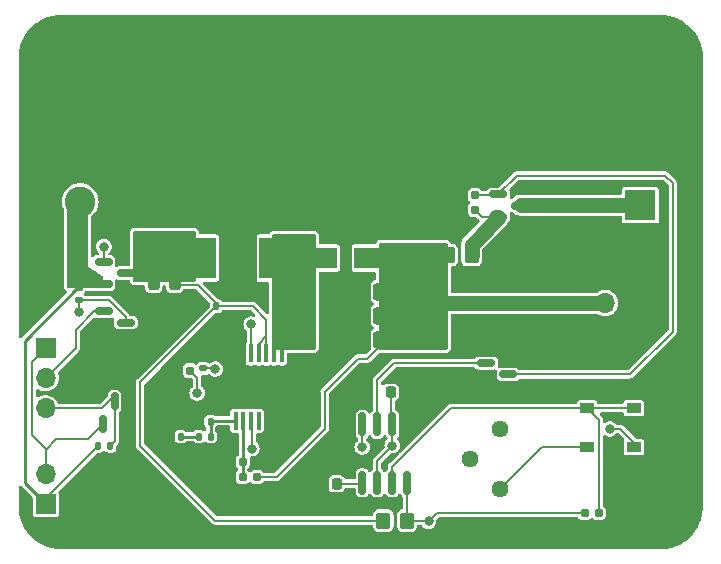
<source format=gbr>
%TF.GenerationSoftware,KiCad,Pcbnew,(6.0.6-0)*%
%TF.CreationDate,2022-08-07T14:06:52-04:00*%
%TF.ProjectId,BatteryLedStripDriver,42617474-6572-4794-9c65-645374726970,rev?*%
%TF.SameCoordinates,PX6160b60PY791ddc0*%
%TF.FileFunction,Copper,L1,Top*%
%TF.FilePolarity,Positive*%
%FSLAX46Y46*%
G04 Gerber Fmt 4.6, Leading zero omitted, Abs format (unit mm)*
G04 Created by KiCad (PCBNEW (6.0.6-0)) date 2022-08-07 14:06:52*
%MOMM*%
%LPD*%
G01*
G04 APERTURE LIST*
G04 Aperture macros list*
%AMRoundRect*
0 Rectangle with rounded corners*
0 $1 Rounding radius*
0 $2 $3 $4 $5 $6 $7 $8 $9 X,Y pos of 4 corners*
0 Add a 4 corners polygon primitive as box body*
4,1,4,$2,$3,$4,$5,$6,$7,$8,$9,$2,$3,0*
0 Add four circle primitives for the rounded corners*
1,1,$1+$1,$2,$3*
1,1,$1+$1,$4,$5*
1,1,$1+$1,$6,$7*
1,1,$1+$1,$8,$9*
0 Add four rect primitives between the rounded corners*
20,1,$1+$1,$2,$3,$4,$5,0*
20,1,$1+$1,$4,$5,$6,$7,0*
20,1,$1+$1,$6,$7,$8,$9,0*
20,1,$1+$1,$8,$9,$2,$3,0*%
G04 Aperture macros list end*
%TA.AperFunction,SMDPad,CuDef*%
%ADD10RoundRect,0.225000X0.225000X0.250000X-0.225000X0.250000X-0.225000X-0.250000X0.225000X-0.250000X0*%
%TD*%
%TA.AperFunction,SMDPad,CuDef*%
%ADD11RoundRect,0.250000X-0.350000X-0.450000X0.350000X-0.450000X0.350000X0.450000X-0.350000X0.450000X0*%
%TD*%
%TA.AperFunction,SMDPad,CuDef*%
%ADD12R,2.500000X1.800000*%
%TD*%
%TA.AperFunction,ComponentPad*%
%ADD13R,2.600000X2.600000*%
%TD*%
%TA.AperFunction,ComponentPad*%
%ADD14C,2.600000*%
%TD*%
%TA.AperFunction,SMDPad,CuDef*%
%ADD15R,1.200000X0.900000*%
%TD*%
%TA.AperFunction,SMDPad,CuDef*%
%ADD16RoundRect,0.135000X-0.135000X-0.185000X0.135000X-0.185000X0.135000X0.185000X-0.135000X0.185000X0*%
%TD*%
%TA.AperFunction,SMDPad,CuDef*%
%ADD17RoundRect,0.150000X0.150000X-0.587500X0.150000X0.587500X-0.150000X0.587500X-0.150000X-0.587500X0*%
%TD*%
%TA.AperFunction,SMDPad,CuDef*%
%ADD18RoundRect,0.160000X-0.197500X-0.160000X0.197500X-0.160000X0.197500X0.160000X-0.197500X0.160000X0*%
%TD*%
%TA.AperFunction,ComponentPad*%
%ADD19C,5.400000*%
%TD*%
%TA.AperFunction,SMDPad,CuDef*%
%ADD20RoundRect,0.135000X-0.185000X0.135000X-0.185000X-0.135000X0.185000X-0.135000X0.185000X0.135000X0*%
%TD*%
%TA.AperFunction,SMDPad,CuDef*%
%ADD21RoundRect,0.250000X0.250000X0.475000X-0.250000X0.475000X-0.250000X-0.475000X0.250000X-0.475000X0*%
%TD*%
%TA.AperFunction,SMDPad,CuDef*%
%ADD22RoundRect,0.140000X0.140000X0.170000X-0.140000X0.170000X-0.140000X-0.170000X0.140000X-0.170000X0*%
%TD*%
%TA.AperFunction,SMDPad,CuDef*%
%ADD23RoundRect,0.225000X-0.225000X-0.250000X0.225000X-0.250000X0.225000X0.250000X-0.225000X0.250000X0*%
%TD*%
%TA.AperFunction,SMDPad,CuDef*%
%ADD24RoundRect,0.150000X-0.587500X-0.150000X0.587500X-0.150000X0.587500X0.150000X-0.587500X0.150000X0*%
%TD*%
%TA.AperFunction,SMDPad,CuDef*%
%ADD25RoundRect,0.160000X0.160000X-0.197500X0.160000X0.197500X-0.160000X0.197500X-0.160000X-0.197500X0*%
%TD*%
%TA.AperFunction,SMDPad,CuDef*%
%ADD26RoundRect,0.140000X0.170000X-0.140000X0.170000X0.140000X-0.170000X0.140000X-0.170000X-0.140000X0*%
%TD*%
%TA.AperFunction,ComponentPad*%
%ADD27C,1.440000*%
%TD*%
%TA.AperFunction,SMDPad,CuDef*%
%ADD28RoundRect,0.160000X0.197500X0.160000X-0.197500X0.160000X-0.197500X-0.160000X0.197500X-0.160000X0*%
%TD*%
%TA.AperFunction,ComponentPad*%
%ADD29R,1.700000X1.700000*%
%TD*%
%TA.AperFunction,ComponentPad*%
%ADD30O,1.700000X1.700000*%
%TD*%
%TA.AperFunction,SMDPad,CuDef*%
%ADD31RoundRect,0.135000X0.135000X0.185000X-0.135000X0.185000X-0.135000X-0.185000X0.135000X-0.185000X0*%
%TD*%
%TA.AperFunction,SMDPad,CuDef*%
%ADD32RoundRect,0.225000X-0.250000X0.225000X-0.250000X-0.225000X0.250000X-0.225000X0.250000X0.225000X0*%
%TD*%
%TA.AperFunction,SMDPad,CuDef*%
%ADD33RoundRect,0.150000X-0.150000X0.825000X-0.150000X-0.825000X0.150000X-0.825000X0.150000X0.825000X0*%
%TD*%
%TA.AperFunction,SMDPad,CuDef*%
%ADD34RoundRect,0.100000X-0.100000X0.687500X-0.100000X-0.687500X0.100000X-0.687500X0.100000X0.687500X0*%
%TD*%
%TA.AperFunction,ComponentPad*%
%ADD35C,0.600000*%
%TD*%
%TA.AperFunction,SMDPad,CuDef*%
%ADD36R,5.000000X3.400000*%
%TD*%
%TA.AperFunction,SMDPad,CuDef*%
%ADD37R,2.350000X3.500000*%
%TD*%
%TA.AperFunction,ViaPad*%
%ADD38C,0.800000*%
%TD*%
%TA.AperFunction,Conductor*%
%ADD39C,0.203200*%
%TD*%
%TA.AperFunction,Conductor*%
%ADD40C,0.254000*%
%TD*%
%TA.AperFunction,Conductor*%
%ADD41C,1.270000*%
%TD*%
%TA.AperFunction,Conductor*%
%ADD42C,0.250000*%
%TD*%
G04 APERTURE END LIST*
D10*
%TO.P,C2,1*%
%TO.N,Net-(C2-Pad1)*%
X27191000Y5791200D03*
%TO.P,C2,2*%
%TO.N,GND*%
X25641000Y5791200D03*
%TD*%
D11*
%TO.P,R1,1*%
%TO.N,/VIN*%
X31131000Y2667000D03*
%TO.P,R1,2*%
%TO.N,Net-(R1-Pad2)*%
X33131000Y2667000D03*
%TD*%
D12*
%TO.P,D3,1,K*%
%TO.N,/BST_VOUT*%
X29940000Y24892000D03*
%TO.P,D3,2,A*%
%TO.N,/SW*%
X25940000Y24892000D03*
%TD*%
D13*
%TO.P,J1,1,Pin_1*%
%TO.N,GND*%
X5461000Y34671000D03*
D14*
%TO.P,J1,2,Pin_2*%
%TO.N,/VBATT*%
X5461000Y29671000D03*
%TD*%
D15*
%TO.P,D1,1,K*%
%TO.N,Net-(D1-Pad1)*%
X48387000Y12191000D03*
%TO.P,D1,2,A*%
%TO.N,Net-(D1-Pad2)*%
X48387000Y8891000D03*
%TD*%
D13*
%TO.P,J3,1,Pin_1*%
%TO.N,/VLED*%
X52883000Y29377000D03*
D14*
%TO.P,J3,2,Pin_2*%
%TO.N,GND*%
X52883000Y34377000D03*
%TD*%
D16*
%TO.P,R2,1*%
%TO.N,/VBATT*%
X6983000Y8991600D03*
%TO.P,R2,2*%
%TO.N,Net-(J2-Pad3)*%
X8003000Y8991600D03*
%TD*%
D17*
%TO.P,Q1,1,G*%
%TO.N,Net-(J2-Pad1)*%
X7432000Y10873500D03*
%TO.P,Q1,2,S*%
%TO.N,GND*%
X9332000Y10873500D03*
%TO.P,Q1,3,D*%
%TO.N,Net-(J2-Pad3)*%
X8382000Y12748500D03*
%TD*%
D18*
%TO.P,R8,1*%
%TO.N,/FB*%
X19227500Y7620000D03*
%TO.P,R8,2*%
%TO.N,GND*%
X20422500Y7620000D03*
%TD*%
D11*
%TO.P,R5,1*%
%TO.N,/BST_VOUT*%
X36592000Y25146000D03*
%TO.P,R5,2*%
%TO.N,Net-(Q4-Pad2)*%
X38592000Y25146000D03*
%TD*%
D19*
%TO.P,H1,1,1*%
%TO.N,GND*%
X3810000Y41910000D03*
%TD*%
%TO.P,H4,1,1*%
%TO.N,GND*%
X54610000Y3810000D03*
%TD*%
%TO.P,H2,1,1*%
%TO.N,GND*%
X54610000Y41910000D03*
%TD*%
D20*
%TO.P,R4,1*%
%TO.N,/VBATT*%
X5334000Y22354000D03*
%TO.P,R4,2*%
%TO.N,Net-(Q2-Pad1)*%
X5334000Y21334000D03*
%TD*%
D21*
%TO.P,C6,1*%
%TO.N,/BST_VOUT*%
X30795000Y22047200D03*
%TO.P,C6,2*%
%TO.N,GND*%
X28895000Y22047200D03*
%TD*%
D22*
%TO.P,C10,1*%
%TO.N,/BST_COMP*%
X16495000Y11049000D03*
%TO.P,C10,2*%
%TO.N,GND*%
X15535000Y11049000D03*
%TD*%
D23*
%TO.P,C1,1*%
%TO.N,Net-(C1-Pad1)*%
X31737000Y13538200D03*
%TO.P,C1,2*%
%TO.N,GND*%
X33287000Y13538200D03*
%TD*%
D18*
%TO.P,R3,1*%
%TO.N,Net-(R1-Pad2)*%
X48170500Y3302000D03*
%TO.P,R3,2*%
%TO.N,Net-(D1-Pad1)*%
X49365500Y3302000D03*
%TD*%
D24*
%TO.P,Q5,1,G*%
%TO.N,/LED_PWM_G*%
X39829500Y15997000D03*
%TO.P,Q5,2,S*%
%TO.N,GND*%
X39829500Y14097000D03*
%TO.P,Q5,3,D*%
%TO.N,Net-(Q4-Pad1)*%
X41704500Y15047000D03*
%TD*%
D25*
%TO.P,R9,1*%
%TO.N,/BST_FREQ*%
X14732000Y15367000D03*
%TO.P,R9,2*%
%TO.N,GND*%
X14732000Y16562000D03*
%TD*%
D24*
%TO.P,Q2,1,G*%
%TO.N,Net-(Q2-Pad1)*%
X7444500Y24572000D03*
%TO.P,Q2,2,S*%
%TO.N,/VBATT*%
X7444500Y22672000D03*
%TO.P,Q2,3,D*%
%TO.N,/VIN*%
X9319500Y23622000D03*
%TD*%
D26*
%TO.P,C9,1*%
%TO.N,/BST_SS*%
X15875000Y15540500D03*
%TO.P,C9,2*%
%TO.N,GND*%
X15875000Y16500500D03*
%TD*%
D22*
%TO.P,C5,1*%
%TO.N,/VIN*%
X16990000Y20828000D03*
%TO.P,C5,2*%
%TO.N,GND*%
X16030000Y20828000D03*
%TD*%
D27*
%TO.P,RV1,1,1*%
%TO.N,Net-(D2-Pad1)*%
X41006000Y10414000D03*
%TO.P,RV1,2,2*%
%TO.N,Net-(C1-Pad1)*%
X38466000Y7874000D03*
%TO.P,RV1,3,3*%
%TO.N,Net-(D1-Pad2)*%
X41006000Y5334000D03*
%TD*%
D19*
%TO.P,H3,1,1*%
%TO.N,GND*%
X8382000Y3810000D03*
%TD*%
D28*
%TO.P,R6,1*%
%TO.N,/BST_VOUT*%
X20422500Y6350000D03*
%TO.P,R6,2*%
%TO.N,/FB*%
X19227500Y6350000D03*
%TD*%
D29*
%TO.P,J4,1,Pin_1*%
%TO.N,GND*%
X49911000Y18542000D03*
D30*
%TO.P,J4,2,Pin_2*%
%TO.N,/BST_VOUT*%
X49911000Y21082000D03*
%TD*%
D29*
%TO.P,J2,1,Pin_1*%
%TO.N,Net-(J2-Pad1)*%
X2540000Y17257000D03*
D30*
%TO.P,J2,2,Pin_2*%
%TO.N,/PWR_EN*%
X2540000Y14717000D03*
%TO.P,J2,3,Pin_3*%
%TO.N,Net-(J2-Pad3)*%
X2540000Y12177000D03*
%TD*%
D31*
%TO.P,R10,1*%
%TO.N,/BST_COMP*%
X16525000Y9779000D03*
%TO.P,R10,2*%
%TO.N,Net-(C11-Pad1)*%
X15505000Y9779000D03*
%TD*%
D32*
%TO.P,C3,1*%
%TO.N,/VIN*%
X11684000Y22619000D03*
%TO.P,C3,2*%
%TO.N,GND*%
X11684000Y21069000D03*
%TD*%
D22*
%TO.P,C11,1*%
%TO.N,Net-(C11-Pad1)*%
X13983000Y9779000D03*
%TO.P,C11,2*%
%TO.N,GND*%
X13023000Y9779000D03*
%TD*%
D33*
%TO.P,U1,1,GND*%
%TO.N,GND*%
X33147000Y10806200D03*
%TO.P,U1,2,TR*%
%TO.N,Net-(C1-Pad1)*%
X31877000Y10806200D03*
%TO.P,U1,3,Q*%
%TO.N,/LED_PWM_G*%
X30607000Y10806200D03*
%TO.P,U1,4,R*%
%TO.N,Net-(R1-Pad2)*%
X29337000Y10806200D03*
%TO.P,U1,5,CV*%
%TO.N,Net-(C2-Pad1)*%
X29337000Y5856200D03*
%TO.P,U1,6,THR*%
%TO.N,Net-(C1-Pad1)*%
X30607000Y5856200D03*
%TO.P,U1,7,DIS*%
%TO.N,Net-(D1-Pad1)*%
X31877000Y5856200D03*
%TO.P,U1,8,VCC*%
%TO.N,Net-(R1-Pad2)*%
X33147000Y5856200D03*
%TD*%
D21*
%TO.P,C8,1*%
%TO.N,/BST_VOUT*%
X30795000Y17983200D03*
%TO.P,C8,2*%
%TO.N,GND*%
X28895000Y17983200D03*
%TD*%
D32*
%TO.P,C4,1*%
%TO.N,/VIN*%
X13462000Y22619000D03*
%TO.P,C4,2*%
%TO.N,GND*%
X13462000Y21069000D03*
%TD*%
D34*
%TO.P,U2,1,SW*%
%TO.N,/SW*%
X22524000Y16832500D03*
%TO.P,U2,2,SW*%
X21874000Y16832500D03*
%TO.P,U2,3,VIN*%
%TO.N,/VIN*%
X21224000Y16832500D03*
%TO.P,U2,4,EN*%
X20574000Y16832500D03*
%TO.P,U2,5,SS*%
%TO.N,/BST_SS*%
X19924000Y16832500D03*
%TO.P,U2,6,SYNC*%
%TO.N,GND*%
X19274000Y16832500D03*
%TO.P,U2,7,AGND*%
X18624000Y16832500D03*
%TO.P,U2,8,COMP*%
%TO.N,/BST_COMP*%
X18624000Y11107500D03*
%TO.P,U2,9,FB*%
%TO.N,/FB*%
X19274000Y11107500D03*
%TO.P,U2,10,FREQ*%
%TO.N,/BST_FREQ*%
X19924000Y11107500D03*
%TO.P,U2,11,NC*%
%TO.N,unconnected-(U2-Pad11)*%
X20574000Y11107500D03*
%TO.P,U2,12,PGND*%
%TO.N,GND*%
X21224000Y11107500D03*
%TO.P,U2,13,PGND*%
X21874000Y11107500D03*
%TO.P,U2,14,PGND*%
X22524000Y11107500D03*
D35*
%TO.P,U2,15,PAD*%
X17974000Y15270000D03*
X17974000Y13970000D03*
X19274000Y13970000D03*
X23174000Y13970000D03*
X21874000Y12670000D03*
X20574000Y15270000D03*
D36*
X20574000Y13970000D03*
D35*
X21874000Y13970000D03*
X20574000Y12670000D03*
X23174000Y15270000D03*
X23174000Y12670000D03*
X21874000Y15270000D03*
X19274000Y12670000D03*
X17974000Y12670000D03*
X19274000Y15270000D03*
X20574000Y13970000D03*
%TD*%
D25*
%TO.P,R7,1*%
%TO.N,Net-(Q4-Pad2)*%
X38862000Y28993500D03*
%TO.P,R7,2*%
%TO.N,Net-(Q4-Pad1)*%
X38862000Y30188500D03*
%TD*%
D37*
%TO.P,L1,1,1*%
%TO.N,/VIN*%
X15771000Y24892000D03*
%TO.P,L1,2,2*%
%TO.N,/SW*%
X21821000Y24892000D03*
%TD*%
D21*
%TO.P,C7,1*%
%TO.N,/BST_VOUT*%
X30795000Y20015200D03*
%TO.P,C7,2*%
%TO.N,GND*%
X28895000Y20015200D03*
%TD*%
D15*
%TO.P,D2,1,K*%
%TO.N,Net-(D2-Pad1)*%
X52324000Y8891000D03*
%TO.P,D2,2,A*%
%TO.N,Net-(D1-Pad1)*%
X52324000Y12191000D03*
%TD*%
D29*
%TO.P,SW1,1,1*%
%TO.N,/VBATT*%
X2540000Y4059000D03*
D30*
%TO.P,SW1,2,2*%
%TO.N,Net-(J2-Pad1)*%
X2540000Y6599000D03*
%TD*%
D24*
%TO.P,Q3,1,G*%
%TO.N,/PWR_EN*%
X7444500Y20381000D03*
%TO.P,Q3,2,S*%
%TO.N,GND*%
X7444500Y18481000D03*
%TO.P,Q3,3,D*%
%TO.N,Net-(Q2-Pad1)*%
X9319500Y19431000D03*
%TD*%
%TO.P,Q4,1,G*%
%TO.N,Net-(Q4-Pad1)*%
X40845500Y30287000D03*
%TO.P,Q4,2,S*%
%TO.N,Net-(Q4-Pad2)*%
X40845500Y28387000D03*
%TO.P,Q4,3,D*%
%TO.N,/VLED*%
X42720500Y29337000D03*
%TD*%
D38*
%TO.N,/BST_SS*%
X19939000Y19304000D03*
X16891000Y15494000D03*
%TO.N,Net-(D2-Pad1)*%
X50292000Y10414000D03*
%TO.N,/BST_FREQ*%
X15367000Y13462000D03*
X19998500Y8763000D03*
%TO.N,Net-(C1-Pad1)*%
X31877000Y9017000D03*
%TO.N,Net-(Q2-Pad1)*%
X5334000Y20320000D03*
X7467600Y25857200D03*
%TO.N,Net-(R1-Pad2)*%
X34950400Y2590800D03*
X29337000Y8890000D03*
%TO.N,GND*%
X11684000Y19507200D03*
X21590000Y34290000D03*
X17780000Y33020000D03*
X47396400Y18542000D03*
X44450000Y16510000D03*
X7569200Y38252400D03*
X40640000Y24130000D03*
X33020000Y30480000D03*
X49530000Y24130000D03*
X38049200Y14122400D03*
X13970000Y34290000D03*
X29210000Y31750000D03*
X21590000Y31750000D03*
X7366000Y16967200D03*
X27432000Y21793200D03*
X13970000Y36830000D03*
X34696400Y11734800D03*
X13462000Y19507200D03*
X14237000Y11049000D03*
X53340000Y18542000D03*
X36830000Y31826200D03*
X21844000Y7620000D03*
X27432000Y20015200D03*
X14986000Y20777200D03*
X44450000Y36830000D03*
X34645600Y13512800D03*
X55473600Y38100000D03*
X29210000Y36830000D03*
X25400000Y35560000D03*
X9296400Y9194800D03*
X33020000Y35560000D03*
X33020000Y33096200D03*
X36830000Y34290000D03*
X51460400Y38100000D03*
X21590000Y36830000D03*
X44450000Y33020000D03*
X40640000Y35560000D03*
X21590000Y29210000D03*
X29210000Y34290000D03*
X27432000Y18237200D03*
X17780000Y35560000D03*
X25400000Y33020000D03*
X29210000Y29210000D03*
X13970000Y31750000D03*
X53340000Y20320000D03*
X53441600Y38100000D03*
X24130000Y5791200D03*
X3556000Y38252400D03*
X25400000Y30480000D03*
X17780000Y30302200D03*
X5435600Y38252400D03*
X36830000Y36830000D03*
X13970000Y29210000D03*
X11841000Y9779000D03*
X44450000Y25400000D03*
%TD*%
D39*
%TO.N,/LED_PWM_G*%
X30607000Y10806200D02*
X30607000Y14554200D01*
X30607000Y14554200D02*
X32049800Y15997000D01*
X32049800Y15997000D02*
X39829500Y15997000D01*
%TO.N,GND*%
X25936000Y5791200D02*
X24130000Y5791200D01*
%TO.N,/VBATT*%
X2540000Y4059000D02*
X2540000Y4548600D01*
D40*
X762000Y5837000D02*
X762000Y17883600D01*
X762000Y17883600D02*
X5384800Y22506400D01*
D39*
X2540000Y4548600D02*
X6983000Y8991600D01*
D40*
X2540000Y4059000D02*
X762000Y5837000D01*
D39*
%TO.N,/BST_VOUT*%
X35941000Y21082000D02*
X35687000Y20828000D01*
X28945400Y16372400D02*
X29768400Y16372400D01*
X29768400Y16372400D02*
X30795000Y17399000D01*
X26162000Y10414000D02*
X26162000Y13589000D01*
X20422500Y6350000D02*
X22098000Y6350000D01*
X26162000Y13589000D02*
X28945400Y16372400D01*
X22098000Y6350000D02*
X26162000Y10414000D01*
D41*
X49911000Y21082000D02*
X35941000Y21082000D01*
D39*
%TO.N,/BST_SS*%
X19939000Y18625500D02*
X19924000Y18610500D01*
X19939000Y19304000D02*
X19939000Y18625500D01*
X19924000Y18610500D02*
X19924000Y16832500D01*
X15875000Y15540500D02*
X16844500Y15540500D01*
X16844500Y15540500D02*
X16891000Y15494000D01*
D42*
%TO.N,/BST_COMP*%
X16553500Y11107500D02*
X16495000Y11049000D01*
X18624000Y11107500D02*
X16553500Y11107500D01*
X16495000Y9809000D02*
X16525000Y9779000D01*
X16495000Y11049000D02*
X16495000Y9809000D01*
D39*
%TO.N,Net-(D2-Pad1)*%
X51181000Y10414000D02*
X52324000Y9271000D01*
X50292000Y10414000D02*
X51181000Y10414000D01*
X52324000Y9271000D02*
X52324000Y8891000D01*
D41*
%TO.N,/VLED*%
X52883003Y29377005D02*
X42760494Y29377005D01*
D39*
X42760500Y29377000D02*
X42720500Y29337000D01*
D42*
%TO.N,/FB*%
X19274000Y7666500D02*
X19227500Y7620000D01*
X19227500Y6350000D02*
X19227500Y7620000D01*
X19274000Y10599500D02*
X19274000Y7666500D01*
D39*
%TO.N,/BST_FREQ*%
X19998500Y8763000D02*
X19998500Y11033000D01*
X14732000Y15367000D02*
X15367000Y14732000D01*
X15367000Y14732000D02*
X15367000Y13462000D01*
X19998500Y11033000D02*
X19924000Y11107500D01*
%TO.N,/VIN*%
X31131000Y2667000D02*
X16891000Y2667000D01*
X17216000Y20828000D02*
X15425000Y22619000D01*
X21224000Y16832500D02*
X21224000Y18303000D01*
X21224000Y18303000D02*
X21224000Y19670000D01*
X20574000Y17653000D02*
X21224000Y18303000D01*
X10541000Y9017000D02*
X10541000Y14379000D01*
X20574000Y16832500D02*
X20574000Y17653000D01*
X15425000Y22619000D02*
X13462000Y22619000D01*
X21224000Y19670000D02*
X20066000Y20828000D01*
X20066000Y20828000D02*
X17216000Y20828000D01*
X10541000Y14379000D02*
X16990000Y20828000D01*
X16891000Y2667000D02*
X10541000Y9017000D01*
X9319500Y23622000D02*
X10718800Y23622000D01*
%TO.N,/PWR_EN*%
X5080000Y17257000D02*
X2540000Y14717000D01*
X5080000Y18796000D02*
X6665000Y20381000D01*
X5080000Y18796000D02*
X5080000Y17257000D01*
X6665000Y20381000D02*
X7444500Y20381000D01*
%TO.N,Net-(C1-Pad1)*%
X31737000Y13538200D02*
X31737000Y10946200D01*
X30607000Y7696200D02*
X31877000Y8966200D01*
X31877000Y9017000D02*
X31877000Y10806200D01*
X31737000Y10946200D02*
X31877000Y10806200D01*
X31877000Y8966200D02*
X31877000Y9017000D01*
X30607000Y5856200D02*
X30607000Y7696200D01*
%TO.N,Net-(C2-Pad1)*%
X27191000Y5791200D02*
X29272000Y5791200D01*
X29272000Y5791200D02*
X29337000Y5856200D01*
%TO.N,Net-(D1-Pad1)*%
X52324000Y12191000D02*
X52324000Y12192000D01*
X51181000Y12192000D02*
X51180000Y12191000D01*
X36829000Y12191000D02*
X48387000Y12191000D01*
X31877000Y5856200D02*
X31877000Y7239000D01*
X52324000Y12192000D02*
X51181000Y12192000D01*
X49365500Y11212500D02*
X49365500Y3302000D01*
X48387000Y12191000D02*
X49365500Y11212500D01*
X48387000Y12191000D02*
X51180000Y12191000D01*
X31877000Y7239000D02*
X36829000Y12191000D01*
X51180000Y12191000D02*
X51816000Y12191000D01*
%TO.N,Net-(D1-Pad2)*%
X48387000Y8891000D02*
X44563000Y8891000D01*
X44563000Y8891000D02*
X41006000Y5334000D01*
%TO.N,Net-(J2-Pad1)*%
X1388400Y16105400D02*
X1388400Y9914600D01*
X2540000Y6599000D02*
X2540000Y8636000D01*
X2540000Y17257000D02*
X1388400Y16105400D01*
X3441500Y9537500D02*
X6096000Y9537500D01*
X1388400Y9914600D02*
X2540000Y8763000D01*
X6096000Y9537500D02*
X7432000Y10873500D01*
X2540000Y8636000D02*
X3441500Y9537500D01*
X2540000Y8763000D02*
X2540000Y6599000D01*
%TO.N,Net-(J2-Pad3)*%
X8382000Y13256500D02*
X7302500Y12177000D01*
X8382000Y12748500D02*
X8382000Y9370600D01*
X7302500Y12177000D02*
X2540000Y12177000D01*
X8382000Y9370600D02*
X8003000Y8991600D01*
%TO.N,Net-(Q2-Pad1)*%
X7867659Y21334000D02*
X9319500Y19882159D01*
X7444500Y24572000D02*
X7444500Y25834100D01*
X5334000Y21334000D02*
X7867659Y21334000D01*
X5334000Y20320000D02*
X5334000Y21435600D01*
X9319500Y19882159D02*
X9319500Y19431000D01*
X7444500Y25834100D02*
X7467600Y25857200D01*
D41*
%TO.N,Net-(Q4-Pad2)*%
X38592000Y26019000D02*
X40845500Y28272500D01*
D39*
X39468511Y28386989D02*
X40705989Y28386989D01*
D41*
X40845500Y28272500D02*
X40845500Y28387000D01*
D39*
X38862000Y28993500D02*
X39468511Y28386989D01*
D41*
X38592000Y25146000D02*
X38592000Y26019000D01*
X40705989Y28386989D02*
X40845511Y28386989D01*
D39*
%TO.N,Net-(R1-Pad2)*%
X33131000Y2667000D02*
X33131000Y5840200D01*
X33131000Y5840200D02*
X33147000Y5856200D01*
X34874200Y2667000D02*
X34950400Y2590800D01*
X29337000Y10806200D02*
X29337000Y8890000D01*
X33131000Y2667000D02*
X34874200Y2667000D01*
X35661600Y3302000D02*
X34950400Y2590800D01*
X48170500Y3302000D02*
X35661600Y3302000D01*
%TO.N,Net-(Q4-Pad1)*%
X54991000Y31877000D02*
X42435500Y31877000D01*
X42435500Y31877000D02*
X40845500Y30287000D01*
X38862000Y30188500D02*
X40747000Y30188500D01*
X55626000Y31242000D02*
X54991000Y31877000D01*
X41704500Y15047000D02*
X52004000Y15047000D01*
X40747000Y30188500D02*
X40845500Y30287000D01*
X55626000Y18669000D02*
X55626000Y31242000D01*
X52004000Y15047000D02*
X55626000Y18669000D01*
%TO.N,GND*%
X29070000Y18288000D02*
X27482800Y18288000D01*
X13462000Y21069000D02*
X13462000Y19507200D01*
D42*
X15535000Y11049000D02*
X14237000Y11049000D01*
D39*
X33767800Y10806200D02*
X34696400Y11734800D01*
X9296400Y9194800D02*
X9296400Y10837900D01*
X21874000Y11107500D02*
X21874000Y12670000D01*
X21224000Y11107500D02*
X21224000Y11419600D01*
X33287000Y13538200D02*
X34620200Y13538200D01*
X27482800Y21844000D02*
X27432000Y21793200D01*
X19274000Y16832500D02*
X19274000Y15270000D01*
X15813500Y16562000D02*
X15875000Y16500500D01*
X22524000Y11107500D02*
X22524000Y12020000D01*
X27482800Y18288000D02*
X27432000Y18237200D01*
X15036800Y20828000D02*
X14986000Y20777200D01*
X21224000Y11419600D02*
X21234400Y11430000D01*
X29070000Y21844000D02*
X27482800Y21844000D01*
X33287000Y10946200D02*
X33147000Y10806200D01*
X33147000Y10806200D02*
X33767800Y10806200D01*
X16207000Y16832500D02*
X15875000Y16500500D01*
X39829500Y14097000D02*
X38074600Y14097000D01*
X29070000Y20066000D02*
X27482800Y20066000D01*
X7444500Y18481000D02*
X7444500Y17045700D01*
X22524000Y12020000D02*
X20574000Y13970000D01*
X19274000Y16832500D02*
X18624000Y16832500D01*
D42*
X13023000Y9779000D02*
X11824000Y9779000D01*
D39*
X33287000Y13538200D02*
X33287000Y10946200D01*
X18624000Y16832500D02*
X16207000Y16832500D01*
X14732000Y16562000D02*
X15813500Y16562000D01*
X9296400Y10837900D02*
X9332000Y10873500D01*
X21234400Y11430000D02*
X21234400Y13309600D01*
X18624000Y15920000D02*
X19274000Y15270000D01*
X16030000Y20828000D02*
X15036800Y20828000D01*
X27482800Y20066000D02*
X27432000Y20015200D01*
X7444500Y17045700D02*
X7366000Y16967200D01*
X18624000Y16832500D02*
X18624000Y15920000D01*
D42*
X21844000Y7620000D02*
X20422500Y7620000D01*
D39*
X34620200Y13538200D02*
X34645600Y13512800D01*
X38074600Y14097000D02*
X38049200Y14122400D01*
X21234400Y13309600D02*
X20574000Y13970000D01*
X11684000Y21069000D02*
X11684000Y19507200D01*
D42*
%TO.N,Net-(C11-Pad1)*%
X15505000Y9779000D02*
X13983000Y9779000D01*
%TD*%
%TA.AperFunction,Conductor*%
%TO.N,GND*%
G36*
X54597103Y45463079D02*
G01*
X54610000Y45460514D01*
X54622169Y45462934D01*
X54634569Y45462934D01*
X54645624Y45463749D01*
X54843942Y45454007D01*
X54952322Y45448682D01*
X54964618Y45447472D01*
X55297520Y45398090D01*
X55309642Y45395680D01*
X55405572Y45371650D01*
X55636101Y45313905D01*
X55647933Y45310316D01*
X55964803Y45196939D01*
X55976227Y45192207D01*
X56280456Y45048317D01*
X56291361Y45042488D01*
X56580024Y44869470D01*
X56590305Y44862600D01*
X56860613Y44662126D01*
X56870171Y44654282D01*
X57119531Y44428275D01*
X57128275Y44419531D01*
X57354282Y44170171D01*
X57362126Y44160613D01*
X57562600Y43890305D01*
X57569470Y43880024D01*
X57742488Y43591361D01*
X57748317Y43580456D01*
X57892207Y43276227D01*
X57896939Y43264803D01*
X58010316Y42947933D01*
X58013905Y42936101D01*
X58095679Y42609645D01*
X58098091Y42597517D01*
X58147471Y42264623D01*
X58148683Y42252317D01*
X58163749Y41945624D01*
X58162934Y41934569D01*
X58162934Y41922169D01*
X58160514Y41910000D01*
X58163079Y41897106D01*
X58165500Y41872524D01*
X58165500Y3847476D01*
X58163079Y3822897D01*
X58160514Y3810000D01*
X58162935Y3797829D01*
X58162935Y3785418D01*
X58162908Y3785418D01*
X58163716Y3774392D01*
X58147964Y3460006D01*
X58146704Y3447458D01*
X58095213Y3107195D01*
X58092704Y3094838D01*
X58007466Y2761446D01*
X58003735Y2749400D01*
X57885598Y2426194D01*
X57880682Y2414581D01*
X57730821Y2104785D01*
X57724768Y2093723D01*
X57544706Y1800481D01*
X57537578Y1790078D01*
X57329098Y1516292D01*
X57320971Y1506660D01*
X57086157Y1255070D01*
X57077116Y1246307D01*
X56818335Y1019454D01*
X56808455Y1011631D01*
X56718473Y947444D01*
X56528295Y811783D01*
X56517675Y804983D01*
X56218959Y634147D01*
X56207713Y628442D01*
X55893406Y488316D01*
X55881646Y483764D01*
X55760656Y443769D01*
X55554906Y375756D01*
X55542764Y372406D01*
X55414704Y343886D01*
X55206860Y297598D01*
X55194430Y295476D01*
X54881976Y258115D01*
X54870814Y258162D01*
X54870815Y258148D01*
X54858434Y257293D01*
X54846124Y258870D01*
X54834147Y255616D01*
X54822318Y254799D01*
X54813638Y254500D01*
X4089115Y254500D01*
X4072555Y255593D01*
X4059569Y257315D01*
X4059568Y257315D01*
X4047265Y258946D01*
X4035274Y255745D01*
X4022889Y254944D01*
X4022887Y254970D01*
X4011940Y253452D01*
X3923018Y252159D01*
X3697023Y248873D01*
X3684437Y249320D01*
X3512925Y264011D01*
X3341404Y278704D01*
X3328943Y280402D01*
X3146339Y314658D01*
X2990541Y343886D01*
X2978294Y346824D01*
X2647931Y443769D01*
X2636040Y447915D01*
X2317008Y577353D01*
X2305605Y582656D01*
X2001058Y743311D01*
X1990253Y749721D01*
X1703265Y939975D01*
X1693155Y947431D01*
X1426598Y1165379D01*
X1417270Y1173819D01*
X1173819Y1417270D01*
X1165379Y1426598D01*
X947431Y1693155D01*
X939975Y1703265D01*
X749721Y1990253D01*
X743311Y2001058D01*
X582656Y2305605D01*
X577353Y2317008D01*
X447915Y2636040D01*
X443769Y2647931D01*
X346824Y2978294D01*
X343886Y2990541D01*
X308744Y3177865D01*
X280402Y3328943D01*
X278703Y3341413D01*
X268545Y3460006D01*
X259630Y3564071D01*
X249320Y3684437D01*
X248873Y3697023D01*
X253452Y4011939D01*
X254970Y4022887D01*
X254944Y4022889D01*
X255745Y4035274D01*
X258946Y4047265D01*
X255593Y4072555D01*
X254500Y4089115D01*
X254500Y5498506D01*
X274502Y5566627D01*
X328158Y5613120D01*
X398432Y5623224D01*
X466029Y5591031D01*
X496209Y5563133D01*
X499775Y5559703D01*
X1398595Y4660883D01*
X1432621Y4598571D01*
X1435500Y4571788D01*
X1435501Y3183934D01*
X1439995Y3161339D01*
X1444323Y3139581D01*
X1450266Y3109699D01*
X1506516Y3025516D01*
X1590699Y2969266D01*
X1664933Y2954500D01*
X2539858Y2954500D01*
X3415066Y2954501D01*
X3450818Y2961612D01*
X3477126Y2966844D01*
X3477128Y2966845D01*
X3489301Y2969266D01*
X3499621Y2976161D01*
X3499622Y2976162D01*
X3563168Y3018623D01*
X3573484Y3025516D01*
X3629734Y3109699D01*
X3644500Y3183933D01*
X3644499Y4934066D01*
X3635472Y4979453D01*
X3632155Y4996131D01*
X3632154Y4996133D01*
X3629734Y5008301D01*
X3623041Y5018318D01*
X3615480Y5088662D01*
X3650382Y5155381D01*
X5246263Y6751261D01*
X6875197Y8380195D01*
X6937509Y8414221D01*
X6964291Y8417100D01*
X7128141Y8417101D01*
X7148652Y8417101D01*
X7171144Y8420663D01*
X7230064Y8429994D01*
X7230066Y8429995D01*
X7239862Y8431546D01*
X7263777Y8443731D01*
X7311111Y8467849D01*
X7349796Y8487560D01*
X7403905Y8541669D01*
X7466217Y8575695D01*
X7537032Y8570630D01*
X7582095Y8541669D01*
X7636204Y8487560D01*
X7746138Y8431546D01*
X7755927Y8429996D01*
X7755929Y8429995D01*
X7773426Y8427224D01*
X7837347Y8417100D01*
X8002966Y8417100D01*
X8168652Y8417101D01*
X8191144Y8420663D01*
X8250064Y8429994D01*
X8250066Y8429995D01*
X8259862Y8431546D01*
X8283777Y8443731D01*
X8331111Y8467849D01*
X8369796Y8487560D01*
X8457040Y8574804D01*
X8513054Y8684738D01*
X8515373Y8699376D01*
X8522915Y8746997D01*
X8527500Y8775947D01*
X8527499Y8960307D01*
X8547501Y9028427D01*
X8564405Y9049404D01*
X8568965Y9053963D01*
X8597437Y9082435D01*
X8613129Y9095108D01*
X8616227Y9097927D01*
X8624974Y9103575D01*
X8644203Y9127967D01*
X8647784Y9131997D01*
X8647686Y9132080D01*
X8651039Y9136037D01*
X8654720Y9139718D01*
X8658134Y9144495D01*
X8665149Y9154311D01*
X8668712Y9159056D01*
X8691920Y9188495D01*
X8691921Y9188497D01*
X8698368Y9196675D01*
X8701214Y9204780D01*
X8706210Y9211771D01*
X8719934Y9257662D01*
X8721768Y9263307D01*
X8735021Y9301047D01*
X8735022Y9301050D01*
X8737648Y9308529D01*
X8738100Y9313748D01*
X8738100Y9316459D01*
X8738198Y9318736D01*
X8738333Y9319185D01*
X8738387Y9319183D01*
X8738402Y9319416D01*
X8740177Y9325352D01*
X8738197Y9375750D01*
X8738100Y9380696D01*
X8738100Y11742861D01*
X8758102Y11810982D01*
X8775005Y11831956D01*
X8863326Y11920277D01*
X8921498Y12034445D01*
X8936500Y12129166D01*
X8936500Y13367834D01*
X8921498Y13462555D01*
X8863326Y13576723D01*
X8772723Y13667326D01*
X8658555Y13725498D01*
X8563834Y13740500D01*
X8200166Y13740500D01*
X8105445Y13725498D01*
X7991277Y13667326D01*
X7900674Y13576723D01*
X7842502Y13462555D01*
X7827500Y13367834D01*
X7827500Y13257792D01*
X7807498Y13189671D01*
X7790595Y13168696D01*
X7191902Y12570004D01*
X7129590Y12535979D01*
X7102807Y12533100D01*
X3674331Y12533100D01*
X3606210Y12553102D01*
X3561325Y12603372D01*
X3552752Y12620758D01*
X3493800Y12740301D01*
X3488331Y12751392D01*
X3488328Y12751396D01*
X3485776Y12756572D01*
X3364320Y12919221D01*
X3259916Y13015731D01*
X3219503Y13053089D01*
X3215258Y13057013D01*
X3210375Y13060094D01*
X3210371Y13060097D01*
X3048464Y13162252D01*
X3043581Y13165333D01*
X2855039Y13240554D01*
X2849379Y13241680D01*
X2849375Y13241681D01*
X2661613Y13279029D01*
X2661610Y13279029D01*
X2655946Y13280156D01*
X2650171Y13280232D01*
X2650167Y13280232D01*
X2548793Y13281559D01*
X2452971Y13282813D01*
X2447274Y13281834D01*
X2447273Y13281834D01*
X2307358Y13257792D01*
X2252910Y13248436D01*
X2062463Y13178176D01*
X1942825Y13106999D01*
X1934923Y13102298D01*
X1866152Y13084658D01*
X1798762Y13106999D01*
X1754149Y13162227D01*
X1744500Y13210583D01*
X1744500Y13684341D01*
X1764502Y13752462D01*
X1818158Y13798955D01*
X1888432Y13809059D01*
X1940502Y13789106D01*
X1991815Y13754820D01*
X2010720Y13742188D01*
X2016023Y13739910D01*
X2016026Y13739908D01*
X2174492Y13671826D01*
X2197228Y13662058D01*
X2245784Y13651071D01*
X2389579Y13618533D01*
X2389584Y13618532D01*
X2395216Y13617258D01*
X2400987Y13617031D01*
X2400989Y13617031D01*
X2460756Y13614683D01*
X2598053Y13609288D01*
X2698499Y13623852D01*
X2793231Y13637587D01*
X2793236Y13637588D01*
X2798945Y13638416D01*
X2804409Y13640271D01*
X2804414Y13640272D01*
X2985693Y13701808D01*
X2985698Y13701810D01*
X2991165Y13703666D01*
X3168276Y13802853D01*
X3183661Y13815648D01*
X3319913Y13928969D01*
X3324345Y13932655D01*
X3390694Y14012430D01*
X3450453Y14084282D01*
X3450455Y14084285D01*
X3454147Y14088724D01*
X3520796Y14207735D01*
X3550510Y14260792D01*
X3550511Y14260794D01*
X3553334Y14265835D01*
X3555190Y14271302D01*
X3555192Y14271307D01*
X3616728Y14452586D01*
X3616729Y14452591D01*
X3618584Y14458055D01*
X3619412Y14463764D01*
X3619413Y14463769D01*
X3639978Y14605610D01*
X3647712Y14658947D01*
X3649232Y14717000D01*
X3634836Y14873671D01*
X3631187Y14913387D01*
X3631186Y14913390D01*
X3630658Y14919141D01*
X3575557Y15114513D01*
X3571091Y15123569D01*
X3558898Y15193510D01*
X3586453Y15258941D01*
X3594999Y15268398D01*
X5295433Y16968832D01*
X5311129Y16981509D01*
X5314225Y16984326D01*
X5322974Y16989975D01*
X5342207Y17014372D01*
X5345783Y17018396D01*
X5345685Y17018479D01*
X5349044Y17022443D01*
X5352719Y17026118D01*
X5363167Y17040737D01*
X5366674Y17045408D01*
X5396368Y17083075D01*
X5399214Y17091181D01*
X5404210Y17098171D01*
X5417937Y17144071D01*
X5419771Y17149715D01*
X5433021Y17187447D01*
X5433022Y17187450D01*
X5435648Y17194929D01*
X5436100Y17200148D01*
X5436100Y17202859D01*
X5436198Y17205135D01*
X5436333Y17205585D01*
X5436387Y17205583D01*
X5436402Y17205814D01*
X5438177Y17211751D01*
X5436197Y17262149D01*
X5436100Y17267095D01*
X5436100Y18596309D01*
X5456102Y18664430D01*
X5473005Y18685404D01*
X6600589Y19812988D01*
X6662901Y19847014D01*
X6725804Y19843867D01*
X6730445Y19841502D01*
X6825166Y19826500D01*
X8063834Y19826500D01*
X8158555Y19841502D01*
X8167389Y19846003D01*
X8176822Y19849068D01*
X8177742Y19846237D01*
X8231849Y19856398D01*
X8297634Y19829698D01*
X8338540Y19771670D01*
X8341280Y19707749D01*
X8342502Y19707555D01*
X8327500Y19612834D01*
X8327500Y19249166D01*
X8342502Y19154445D01*
X8400674Y19040277D01*
X8491277Y18949674D01*
X8605445Y18891502D01*
X8700166Y18876500D01*
X9938834Y18876500D01*
X10033555Y18891502D01*
X10147723Y18949674D01*
X10238326Y19040277D01*
X10296498Y19154445D01*
X10311500Y19249166D01*
X10311500Y19612834D01*
X10296498Y19707555D01*
X10238326Y19821723D01*
X10147723Y19912326D01*
X10033555Y19970498D01*
X9938834Y19985500D01*
X9744202Y19985500D01*
X9676081Y20005502D01*
X9630619Y20056957D01*
X9618303Y20082604D01*
X9614872Y20089749D01*
X9611501Y20093759D01*
X9609563Y20095697D01*
X9608048Y20097348D01*
X9607827Y20097758D01*
X9607869Y20097796D01*
X9607708Y20097979D01*
X9604765Y20103433D01*
X9567705Y20137691D01*
X9564140Y20141120D01*
X8155826Y21549435D01*
X8143154Y21565125D01*
X8140332Y21568226D01*
X8134684Y21576974D01*
X8110292Y21596203D01*
X8106262Y21599784D01*
X8106179Y21599686D01*
X8102222Y21603039D01*
X8098541Y21606720D01*
X8094307Y21609746D01*
X8083948Y21617149D01*
X8079203Y21620712D01*
X8049764Y21643920D01*
X8049762Y21643921D01*
X8041584Y21650368D01*
X8033479Y21653214D01*
X8026488Y21658210D01*
X7980597Y21671934D01*
X7974952Y21673768D01*
X7937212Y21687021D01*
X7937209Y21687022D01*
X7929730Y21689648D01*
X7924511Y21690100D01*
X7921800Y21690100D01*
X7919523Y21690198D01*
X7919074Y21690333D01*
X7919076Y21690387D01*
X7918843Y21690402D01*
X7912907Y21692177D01*
X7863044Y21690218D01*
X7862509Y21690197D01*
X7857563Y21690100D01*
X5900926Y21690100D01*
X5832805Y21710102D01*
X5811831Y21727005D01*
X5783931Y21754905D01*
X5749905Y21817217D01*
X5754970Y21888032D01*
X5783931Y21933095D01*
X5838040Y21987204D01*
X5856637Y22023702D01*
X5905385Y22075318D01*
X5968904Y22092500D01*
X7240000Y22092500D01*
X7243346Y22092860D01*
X7243351Y22092860D01*
X7291795Y22098068D01*
X7291801Y22098069D01*
X7295159Y22098430D01*
X7347501Y22109816D01*
X7352325Y22111140D01*
X7359144Y22113010D01*
X7392480Y22117500D01*
X8063834Y22117500D01*
X8158555Y22132502D01*
X8272723Y22190674D01*
X8363326Y22281277D01*
X8421498Y22395445D01*
X8436500Y22490166D01*
X8436500Y22853834D01*
X8421498Y22948555D01*
X8424435Y22949020D01*
X8422867Y23004069D01*
X8459535Y23064864D01*
X8523250Y23096183D01*
X8586794Y23088887D01*
X8587178Y23090068D01*
X8593012Y23088173D01*
X8593783Y23088084D01*
X8594937Y23087547D01*
X8596611Y23087003D01*
X8605445Y23082502D01*
X8700166Y23067500D01*
X9524558Y23067500D01*
X9592679Y23047498D01*
X9639172Y22993842D01*
X9649836Y22954969D01*
X9652430Y22930841D01*
X9663816Y22878499D01*
X9671166Y22851709D01*
X9721269Y22763722D01*
X9767762Y22710066D01*
X9801051Y22677944D01*
X9890770Y22631013D01*
X9896706Y22629270D01*
X9954568Y22612280D01*
X9954572Y22612279D01*
X9958891Y22611011D01*
X9963339Y22610371D01*
X9963346Y22610370D01*
X10027552Y22601139D01*
X10027559Y22601139D01*
X10032000Y22600500D01*
X10828501Y22600500D01*
X10896622Y22580498D01*
X10943115Y22526842D01*
X10954501Y22474500D01*
X10954501Y22348612D01*
X10954870Y22345218D01*
X10954870Y22345212D01*
X10955034Y22343709D01*
X10960870Y22289976D01*
X11009083Y22161365D01*
X11014463Y22154186D01*
X11014465Y22154183D01*
X11067683Y22083176D01*
X11091456Y22051456D01*
X11098633Y22046077D01*
X11194183Y21974465D01*
X11194186Y21974463D01*
X11201365Y21969083D01*
X11209769Y21965933D01*
X11209770Y21965932D01*
X11322581Y21923642D01*
X11322582Y21923642D01*
X11329976Y21920870D01*
X11337826Y21920017D01*
X11337827Y21920017D01*
X11385205Y21914870D01*
X11388611Y21914500D01*
X11683956Y21914500D01*
X11979388Y21914501D01*
X11982782Y21914870D01*
X11982788Y21914870D01*
X12030166Y21920016D01*
X12030170Y21920017D01*
X12038024Y21920870D01*
X12137308Y21958089D01*
X12158230Y21965932D01*
X12158231Y21965933D01*
X12166635Y21969083D01*
X12173814Y21974463D01*
X12173817Y21974465D01*
X12269367Y22046077D01*
X12276544Y22051456D01*
X12300317Y22083176D01*
X12353535Y22154183D01*
X12353537Y22154186D01*
X12358917Y22161365D01*
X12369904Y22190674D01*
X12404358Y22282581D01*
X12404358Y22282582D01*
X12407130Y22289976D01*
X12412968Y22343709D01*
X12413131Y22345214D01*
X12413131Y22345215D01*
X12413500Y22348611D01*
X12413500Y22474500D01*
X12433502Y22542621D01*
X12487158Y22589114D01*
X12539500Y22600500D01*
X12606501Y22600500D01*
X12674622Y22580498D01*
X12721115Y22526842D01*
X12732501Y22474500D01*
X12732501Y22348612D01*
X12732870Y22345218D01*
X12732870Y22345212D01*
X12733034Y22343709D01*
X12738870Y22289976D01*
X12787083Y22161365D01*
X12792463Y22154186D01*
X12792465Y22154183D01*
X12845683Y22083176D01*
X12869456Y22051456D01*
X12876633Y22046077D01*
X12972183Y21974465D01*
X12972186Y21974463D01*
X12979365Y21969083D01*
X12987769Y21965933D01*
X12987770Y21965932D01*
X13100581Y21923642D01*
X13100582Y21923642D01*
X13107976Y21920870D01*
X13115826Y21920017D01*
X13115827Y21920017D01*
X13163205Y21914870D01*
X13166611Y21914500D01*
X13461956Y21914500D01*
X13757388Y21914501D01*
X13760782Y21914870D01*
X13760788Y21914870D01*
X13808166Y21920016D01*
X13808170Y21920017D01*
X13816024Y21920870D01*
X13915308Y21958089D01*
X13936230Y21965932D01*
X13936231Y21965933D01*
X13944635Y21969083D01*
X13951814Y21974463D01*
X13951817Y21974465D01*
X14047367Y22046077D01*
X14054544Y22051456D01*
X14078317Y22083176D01*
X14131535Y22154183D01*
X14131537Y22154186D01*
X14136917Y22161365D01*
X14144326Y22181128D01*
X14186967Y22237893D01*
X14253528Y22262594D01*
X14262308Y22262900D01*
X15225309Y22262900D01*
X15293430Y22242898D01*
X15314404Y22225995D01*
X16418862Y21121537D01*
X16452888Y21059225D01*
X16454940Y21029045D01*
X16455500Y21029045D01*
X16455501Y20920498D01*
X16455501Y20849293D01*
X16435499Y20781172D01*
X16418596Y20760197D01*
X13371786Y17713388D01*
X10325565Y14667167D01*
X10309875Y14654495D01*
X10306774Y14651673D01*
X10298026Y14646025D01*
X10291579Y14637847D01*
X10278797Y14621633D01*
X10275216Y14617603D01*
X10275314Y14617520D01*
X10271961Y14613563D01*
X10268280Y14609882D01*
X10265256Y14605650D01*
X10265254Y14605648D01*
X10257851Y14595289D01*
X10254288Y14590544D01*
X10231080Y14561105D01*
X10231079Y14561103D01*
X10224632Y14552925D01*
X10221786Y14544820D01*
X10216790Y14537829D01*
X10213806Y14527850D01*
X10203066Y14491938D01*
X10201232Y14486293D01*
X10187979Y14448553D01*
X10185352Y14441071D01*
X10184900Y14435852D01*
X10184900Y14433141D01*
X10184802Y14430864D01*
X10184667Y14430415D01*
X10184613Y14430417D01*
X10184598Y14430184D01*
X10182823Y14424248D01*
X10184803Y14373850D01*
X10184900Y14368904D01*
X10184900Y9068428D01*
X10182766Y9048379D01*
X10182568Y9044189D01*
X10180376Y9034007D01*
X10181600Y9023666D01*
X10184027Y9003160D01*
X10184344Y8997785D01*
X10184472Y8997796D01*
X10184900Y8992618D01*
X10184900Y8987416D01*
X10185754Y8982286D01*
X10187839Y8969757D01*
X10188674Y8963885D01*
X10193084Y8926626D01*
X10193086Y8926619D01*
X10194310Y8916278D01*
X10198030Y8908532D01*
X10199440Y8900058D01*
X10217576Y8866447D01*
X10222192Y8857891D01*
X10224885Y8852604D01*
X10242195Y8816558D01*
X10242197Y8816555D01*
X10245628Y8809410D01*
X10248999Y8805400D01*
X10250937Y8803462D01*
X10252452Y8801811D01*
X10252673Y8801401D01*
X10252631Y8801363D01*
X10252792Y8801180D01*
X10255735Y8795726D01*
X10263382Y8788658D01*
X10263382Y8788657D01*
X10292795Y8761468D01*
X10296361Y8758038D01*
X16602833Y2451565D01*
X16615505Y2435875D01*
X16618327Y2432774D01*
X16623975Y2424026D01*
X16632153Y2417579D01*
X16648367Y2404797D01*
X16652397Y2401216D01*
X16652480Y2401314D01*
X16656437Y2397961D01*
X16660118Y2394280D01*
X16664350Y2391256D01*
X16664352Y2391254D01*
X16674711Y2383851D01*
X16679456Y2380288D01*
X16708895Y2357080D01*
X16708897Y2357079D01*
X16717075Y2350632D01*
X16725180Y2347786D01*
X16732171Y2342790D01*
X16767462Y2332236D01*
X16778071Y2329063D01*
X16783715Y2327229D01*
X16821447Y2313979D01*
X16821450Y2313978D01*
X16828929Y2311352D01*
X16834148Y2310900D01*
X16836859Y2310900D01*
X16839135Y2310802D01*
X16839585Y2310667D01*
X16839583Y2310613D01*
X16839814Y2310598D01*
X16845751Y2308823D01*
X16896149Y2310803D01*
X16901095Y2310900D01*
X30150500Y2310900D01*
X30218621Y2290898D01*
X30265114Y2237242D01*
X30276500Y2184900D01*
X30276500Y2169244D01*
X30283202Y2107552D01*
X30333929Y1972236D01*
X30339309Y1965057D01*
X30339311Y1965054D01*
X30361757Y1935105D01*
X30420596Y1856596D01*
X30427776Y1851215D01*
X30529054Y1775311D01*
X30529057Y1775309D01*
X30536236Y1769929D01*
X30625954Y1736296D01*
X30664157Y1721974D01*
X30664159Y1721974D01*
X30671552Y1719202D01*
X30679402Y1718349D01*
X30679403Y1718349D01*
X30729847Y1712869D01*
X30733244Y1712500D01*
X31528756Y1712500D01*
X31532153Y1712869D01*
X31582597Y1718349D01*
X31582598Y1718349D01*
X31590448Y1719202D01*
X31597841Y1721974D01*
X31597843Y1721974D01*
X31636046Y1736296D01*
X31725764Y1769929D01*
X31732943Y1775309D01*
X31732946Y1775311D01*
X31834224Y1851215D01*
X31841404Y1856596D01*
X31900243Y1935105D01*
X31922689Y1965054D01*
X31922691Y1965057D01*
X31928071Y1972236D01*
X31978798Y2107552D01*
X31985500Y2169244D01*
X31985500Y3164756D01*
X31978798Y3226448D01*
X31928071Y3361764D01*
X31922691Y3368943D01*
X31922689Y3368946D01*
X31846785Y3470224D01*
X31841404Y3477404D01*
X31811901Y3499515D01*
X31732946Y3558689D01*
X31732943Y3558691D01*
X31725764Y3564071D01*
X31597848Y3612024D01*
X31597843Y3612026D01*
X31597841Y3612026D01*
X31590448Y3614798D01*
X31582598Y3615651D01*
X31582597Y3615651D01*
X31532153Y3621131D01*
X31532152Y3621131D01*
X31528756Y3621500D01*
X30733244Y3621500D01*
X30729848Y3621131D01*
X30729847Y3621131D01*
X30679403Y3615651D01*
X30679402Y3615651D01*
X30671552Y3614798D01*
X30664159Y3612026D01*
X30664157Y3612026D01*
X30664152Y3612024D01*
X30536236Y3564071D01*
X30529057Y3558691D01*
X30529054Y3558689D01*
X30450099Y3499515D01*
X30420596Y3477404D01*
X30415215Y3470224D01*
X30339311Y3368946D01*
X30339309Y3368943D01*
X30333929Y3361764D01*
X30283202Y3226448D01*
X30276500Y3164756D01*
X30276500Y3149100D01*
X30256498Y3080979D01*
X30202842Y3034486D01*
X30150500Y3023100D01*
X17090691Y3023100D01*
X17022570Y3043102D01*
X17001596Y3060005D01*
X10934005Y9127597D01*
X10899979Y9189909D01*
X10897100Y9216692D01*
X10897100Y9980045D01*
X13448500Y9980045D01*
X13448501Y9577956D01*
X13451589Y9558457D01*
X13461538Y9495640D01*
X13463132Y9485573D01*
X13467635Y9476736D01*
X13467635Y9476735D01*
X13472940Y9466323D01*
X13519865Y9374229D01*
X13608229Y9285865D01*
X13719573Y9229132D01*
X13729363Y9227581D01*
X13729364Y9227581D01*
X13755101Y9223505D01*
X13811955Y9214500D01*
X13982965Y9214500D01*
X14154044Y9214501D01*
X14199816Y9221750D01*
X14236629Y9227580D01*
X14236631Y9227581D01*
X14246427Y9229132D01*
X14357771Y9285865D01*
X14434501Y9362595D01*
X14496813Y9396621D01*
X14523596Y9399500D01*
X14961581Y9399500D01*
X15029702Y9379498D01*
X15049527Y9360771D01*
X15050960Y9362204D01*
X15138204Y9274960D01*
X15248138Y9218946D01*
X15257927Y9217396D01*
X15257929Y9217395D01*
X15276209Y9214500D01*
X15339347Y9204500D01*
X15504966Y9204500D01*
X15670652Y9204501D01*
X15687158Y9207115D01*
X15752064Y9217394D01*
X15752066Y9217395D01*
X15761862Y9218946D01*
X15778808Y9227580D01*
X15848786Y9263236D01*
X15871796Y9274960D01*
X15925905Y9329069D01*
X15988217Y9363095D01*
X16059032Y9358030D01*
X16104095Y9329069D01*
X16158204Y9274960D01*
X16268138Y9218946D01*
X16277927Y9217396D01*
X16277929Y9217395D01*
X16296209Y9214500D01*
X16359347Y9204500D01*
X16524966Y9204500D01*
X16690652Y9204501D01*
X16707158Y9207115D01*
X16772064Y9217394D01*
X16772066Y9217395D01*
X16781862Y9218946D01*
X16798808Y9227580D01*
X16868786Y9263236D01*
X16891796Y9274960D01*
X16979040Y9362204D01*
X17035054Y9472138D01*
X17049500Y9563347D01*
X17049499Y9994652D01*
X17042650Y10037898D01*
X17036606Y10076064D01*
X17036605Y10076066D01*
X17035054Y10085862D01*
X17023387Y10108761D01*
X16983540Y10186964D01*
X16979040Y10195796D01*
X16911405Y10263431D01*
X16877379Y10325743D01*
X16874500Y10352526D01*
X16874500Y10508404D01*
X16894502Y10576525D01*
X16911405Y10597499D01*
X16958135Y10644229D01*
X16965766Y10659205D01*
X17014515Y10710819D01*
X17078032Y10728000D01*
X18043500Y10728000D01*
X18111621Y10707998D01*
X18158114Y10654342D01*
X18169500Y10602000D01*
X18169500Y10386398D01*
X18170170Y10381848D01*
X18170170Y10381845D01*
X18178331Y10326408D01*
X18179757Y10316722D01*
X18184073Y10307932D01*
X18226926Y10220651D01*
X18231770Y10210784D01*
X18315294Y10127405D01*
X18421323Y10075577D01*
X18451645Y10071153D01*
X18485872Y10066160D01*
X18485876Y10066160D01*
X18490398Y10065500D01*
X18757602Y10065500D01*
X18759883Y10065836D01*
X18828698Y10050988D01*
X18878985Y10000871D01*
X18894500Y9940298D01*
X18894500Y8253377D01*
X18874498Y8185256D01*
X18825702Y8141110D01*
X18792161Y8124020D01*
X18792159Y8124019D01*
X18783326Y8119518D01*
X18690482Y8026674D01*
X18630873Y7909684D01*
X18629322Y7899895D01*
X18629322Y7899893D01*
X18626414Y7881529D01*
X18615500Y7812623D01*
X18615501Y7427378D01*
X18617713Y7413410D01*
X18628343Y7346293D01*
X18630873Y7330316D01*
X18690482Y7213326D01*
X18783326Y7120482D01*
X18792161Y7115980D01*
X18796062Y7113146D01*
X18839416Y7056923D01*
X18848000Y7011211D01*
X18848000Y6958789D01*
X18827998Y6890668D01*
X18796062Y6856854D01*
X18792161Y6854020D01*
X18783326Y6849518D01*
X18690482Y6756674D01*
X18630873Y6639684D01*
X18615500Y6542623D01*
X18615501Y6157378D01*
X18630873Y6060316D01*
X18635376Y6051479D01*
X18635376Y6051478D01*
X18664997Y5993344D01*
X18690482Y5943326D01*
X18783326Y5850482D01*
X18900316Y5790873D01*
X18910105Y5789322D01*
X18910107Y5789322D01*
X18937880Y5784923D01*
X18997377Y5775500D01*
X19227453Y5775500D01*
X19457622Y5775501D01*
X19501329Y5782423D01*
X19544886Y5789321D01*
X19544888Y5789322D01*
X19554684Y5790873D01*
X19583015Y5805308D01*
X19662842Y5845982D01*
X19671674Y5850482D01*
X19735905Y5914713D01*
X19798217Y5948739D01*
X19869032Y5943674D01*
X19914095Y5914713D01*
X19978326Y5850482D01*
X20095316Y5790873D01*
X20105105Y5789322D01*
X20105107Y5789322D01*
X20132880Y5784923D01*
X20192377Y5775500D01*
X20422453Y5775500D01*
X20652622Y5775501D01*
X20696329Y5782423D01*
X20739886Y5789321D01*
X20739888Y5789322D01*
X20749684Y5790873D01*
X20778015Y5805308D01*
X20857842Y5845982D01*
X20866674Y5850482D01*
X20959518Y5943326D01*
X20960256Y5944775D01*
X21012836Y5985317D01*
X21058545Y5993900D01*
X22046572Y5993900D01*
X22066621Y5991766D01*
X22070811Y5991568D01*
X22080993Y5989376D01*
X22111840Y5993027D01*
X22117215Y5993344D01*
X22117204Y5993472D01*
X22122382Y5993900D01*
X22127584Y5993900D01*
X22138919Y5995787D01*
X22145243Y5996839D01*
X22151115Y5997674D01*
X22188374Y6002084D01*
X22188381Y6002086D01*
X22198722Y6003310D01*
X22206468Y6007030D01*
X22214942Y6008440D01*
X22257109Y6031192D01*
X22262396Y6033885D01*
X22298442Y6051195D01*
X22298445Y6051197D01*
X22305590Y6054628D01*
X22309600Y6057999D01*
X22311538Y6059937D01*
X22313189Y6061452D01*
X22313599Y6061673D01*
X22313637Y6061631D01*
X22313819Y6061792D01*
X22319274Y6064735D01*
X22339476Y6086589D01*
X26486500Y6086589D01*
X26486501Y5495812D01*
X26492870Y5437176D01*
X26541083Y5308565D01*
X26546463Y5301386D01*
X26546465Y5301383D01*
X26556733Y5287683D01*
X26623456Y5198656D01*
X26630633Y5193277D01*
X26726183Y5121665D01*
X26726186Y5121663D01*
X26733365Y5116283D01*
X26741769Y5113133D01*
X26741770Y5113132D01*
X26854581Y5070842D01*
X26854582Y5070842D01*
X26861976Y5068070D01*
X26869826Y5067217D01*
X26869827Y5067217D01*
X26917205Y5062070D01*
X26920611Y5061700D01*
X27190920Y5061700D01*
X27461388Y5061701D01*
X27464782Y5062070D01*
X27464788Y5062070D01*
X27512166Y5067216D01*
X27512170Y5067217D01*
X27520024Y5068070D01*
X27612665Y5102799D01*
X27640230Y5113132D01*
X27640231Y5113133D01*
X27648635Y5116283D01*
X27655814Y5121663D01*
X27655817Y5121665D01*
X27751367Y5193277D01*
X27758544Y5198656D01*
X27825267Y5287683D01*
X27835535Y5301383D01*
X27835537Y5301386D01*
X27840917Y5308565D01*
X27853275Y5341529D01*
X27857698Y5353329D01*
X27900339Y5410094D01*
X27966900Y5434794D01*
X27975680Y5435100D01*
X28656500Y5435100D01*
X28724621Y5415098D01*
X28771114Y5361442D01*
X28782500Y5309100D01*
X28782500Y4999366D01*
X28797502Y4904645D01*
X28855674Y4790477D01*
X28946277Y4699874D01*
X29060445Y4641702D01*
X29155166Y4626700D01*
X29518834Y4626700D01*
X29613555Y4641702D01*
X29727723Y4699874D01*
X29818326Y4790477D01*
X29859733Y4871742D01*
X29908482Y4923357D01*
X29977397Y4940423D01*
X30044598Y4917522D01*
X30084267Y4871742D01*
X30125674Y4790477D01*
X30216277Y4699874D01*
X30330445Y4641702D01*
X30425166Y4626700D01*
X30788834Y4626700D01*
X30883555Y4641702D01*
X30997723Y4699874D01*
X31088326Y4790477D01*
X31129733Y4871742D01*
X31178482Y4923357D01*
X31247397Y4940423D01*
X31314598Y4917522D01*
X31354267Y4871742D01*
X31395674Y4790477D01*
X31486277Y4699874D01*
X31600445Y4641702D01*
X31695166Y4626700D01*
X32058834Y4626700D01*
X32153555Y4641702D01*
X32267723Y4699874D01*
X32358326Y4790477D01*
X32399733Y4871742D01*
X32448482Y4923357D01*
X32517397Y4940423D01*
X32584598Y4917522D01*
X32624267Y4871742D01*
X32665674Y4790477D01*
X32737995Y4718156D01*
X32772021Y4655844D01*
X32774900Y4629061D01*
X32774900Y3737911D01*
X32754898Y3669790D01*
X32701242Y3623297D01*
X32678795Y3615585D01*
X32671552Y3614798D01*
X32536236Y3564071D01*
X32529057Y3558691D01*
X32529054Y3558689D01*
X32450099Y3499515D01*
X32420596Y3477404D01*
X32415215Y3470224D01*
X32339311Y3368946D01*
X32339309Y3368943D01*
X32333929Y3361764D01*
X32283202Y3226448D01*
X32276500Y3164756D01*
X32276500Y2169244D01*
X32283202Y2107552D01*
X32333929Y1972236D01*
X32339309Y1965057D01*
X32339311Y1965054D01*
X32361757Y1935105D01*
X32420596Y1856596D01*
X32427776Y1851215D01*
X32529054Y1775311D01*
X32529057Y1775309D01*
X32536236Y1769929D01*
X32625954Y1736296D01*
X32664157Y1721974D01*
X32664159Y1721974D01*
X32671552Y1719202D01*
X32679402Y1718349D01*
X32679403Y1718349D01*
X32729847Y1712869D01*
X32733244Y1712500D01*
X33528756Y1712500D01*
X33532153Y1712869D01*
X33582597Y1718349D01*
X33582598Y1718349D01*
X33590448Y1719202D01*
X33597841Y1721974D01*
X33597843Y1721974D01*
X33636046Y1736296D01*
X33725764Y1769929D01*
X33732943Y1775309D01*
X33732946Y1775311D01*
X33834224Y1851215D01*
X33841404Y1856596D01*
X33900243Y1935105D01*
X33922689Y1965054D01*
X33922691Y1965057D01*
X33928071Y1972236D01*
X33978798Y2107552D01*
X33985500Y2169244D01*
X33985500Y2184900D01*
X34005502Y2253021D01*
X34059158Y2299514D01*
X34111500Y2310900D01*
X34282767Y2310900D01*
X34350888Y2290898D01*
X34387349Y2255176D01*
X34434573Y2184900D01*
X34451308Y2159995D01*
X34456927Y2154882D01*
X34456928Y2154881D01*
X34518220Y2099110D01*
X34568476Y2053381D01*
X34707693Y1977792D01*
X34860922Y1937593D01*
X34944877Y1936274D01*
X35011719Y1935224D01*
X35011722Y1935224D01*
X35019316Y1935105D01*
X35173732Y1970471D01*
X35244142Y2005883D01*
X35308472Y2038237D01*
X35308475Y2038239D01*
X35315255Y2041649D01*
X35321026Y2046578D01*
X35321029Y2046580D01*
X35429936Y2139596D01*
X35429936Y2139597D01*
X35435714Y2144531D01*
X35528155Y2273176D01*
X35587242Y2420159D01*
X35609562Y2576993D01*
X35609707Y2590800D01*
X35600265Y2668825D01*
X35611938Y2738854D01*
X35636257Y2773056D01*
X35772196Y2908995D01*
X35834508Y2943021D01*
X35861291Y2945900D01*
X47534455Y2945900D01*
X47602576Y2925898D01*
X47632123Y2897993D01*
X47633482Y2895326D01*
X47726326Y2802482D01*
X47843316Y2742873D01*
X47853105Y2741322D01*
X47853107Y2741322D01*
X47880880Y2736923D01*
X47940377Y2727500D01*
X48170453Y2727500D01*
X48400622Y2727501D01*
X48424988Y2731360D01*
X48487886Y2741321D01*
X48487888Y2741322D01*
X48497684Y2742873D01*
X48522129Y2755328D01*
X48605842Y2797982D01*
X48614674Y2802482D01*
X48678905Y2866713D01*
X48741217Y2900739D01*
X48812032Y2895674D01*
X48857095Y2866713D01*
X48921326Y2802482D01*
X49038316Y2742873D01*
X49048105Y2741322D01*
X49048107Y2741322D01*
X49075880Y2736923D01*
X49135377Y2727500D01*
X49365453Y2727500D01*
X49595622Y2727501D01*
X49619988Y2731360D01*
X49682886Y2741321D01*
X49682888Y2741322D01*
X49692684Y2742873D01*
X49717129Y2755328D01*
X49800842Y2797982D01*
X49809674Y2802482D01*
X49902518Y2895326D01*
X49962127Y3012316D01*
X49965639Y3034486D01*
X49975916Y3099378D01*
X49977500Y3109377D01*
X49977499Y3494622D01*
X49962127Y3591684D01*
X49946020Y3623297D01*
X49907018Y3699842D01*
X49902518Y3708674D01*
X49809674Y3801518D01*
X49800841Y3806019D01*
X49800839Y3806020D01*
X49790398Y3811340D01*
X49738782Y3860088D01*
X49721600Y3923607D01*
X49721600Y9767523D01*
X49741602Y9835644D01*
X49795258Y9882137D01*
X49865532Y9892241D01*
X49909117Y9874815D01*
X49910076Y9876581D01*
X50049293Y9800992D01*
X50202522Y9760793D01*
X50286477Y9759474D01*
X50353319Y9758424D01*
X50353322Y9758424D01*
X50360916Y9758305D01*
X50515332Y9793671D01*
X50619004Y9845812D01*
X50650072Y9861437D01*
X50650075Y9861439D01*
X50656855Y9864849D01*
X50662626Y9869778D01*
X50662629Y9869780D01*
X50771542Y9962801D01*
X50771543Y9962802D01*
X50777314Y9967731D01*
X50781745Y9973897D01*
X50804402Y10005427D01*
X50860397Y10049074D01*
X50906724Y10057900D01*
X50981309Y10057900D01*
X51049430Y10037898D01*
X51070404Y10020995D01*
X51477971Y9613428D01*
X51511997Y9551116D01*
X51506932Y9480301D01*
X51493642Y9454333D01*
X51484266Y9440301D01*
X51469500Y9366067D01*
X51469501Y8415934D01*
X51476609Y8380195D01*
X51480343Y8361424D01*
X51484266Y8341699D01*
X51491161Y8331380D01*
X51491162Y8331378D01*
X51527502Y8276992D01*
X51540516Y8257516D01*
X51624699Y8201266D01*
X51698933Y8186500D01*
X52323898Y8186500D01*
X52949066Y8186501D01*
X52984818Y8193612D01*
X53011126Y8198844D01*
X53011128Y8198845D01*
X53023301Y8201266D01*
X53033621Y8208161D01*
X53033622Y8208162D01*
X53097168Y8250623D01*
X53107484Y8257516D01*
X53163734Y8341699D01*
X53178500Y8415933D01*
X53178499Y9366066D01*
X53163734Y9440301D01*
X53155244Y9453008D01*
X53114377Y9514168D01*
X53107484Y9524484D01*
X53023301Y9580734D01*
X52949067Y9595500D01*
X52555291Y9595500D01*
X52487170Y9615502D01*
X52466196Y9632405D01*
X51975771Y10122831D01*
X51469167Y10629435D01*
X51456495Y10645125D01*
X51453673Y10648226D01*
X51448025Y10656974D01*
X51423633Y10676203D01*
X51419603Y10679784D01*
X51419520Y10679686D01*
X51415563Y10683039D01*
X51411882Y10686720D01*
X51407648Y10689746D01*
X51397289Y10697149D01*
X51392544Y10700712D01*
X51363105Y10723920D01*
X51363103Y10723921D01*
X51354925Y10730368D01*
X51346820Y10733214D01*
X51339829Y10738210D01*
X51293938Y10751934D01*
X51288293Y10753768D01*
X51250553Y10767021D01*
X51250550Y10767022D01*
X51243071Y10769648D01*
X51237852Y10770100D01*
X51235141Y10770100D01*
X51232864Y10770198D01*
X51232415Y10770333D01*
X51232417Y10770387D01*
X51232184Y10770402D01*
X51226248Y10772177D01*
X51176385Y10770218D01*
X51175850Y10770197D01*
X51170904Y10770100D01*
X50907764Y10770100D01*
X50839643Y10790102D01*
X50803924Y10824733D01*
X50790855Y10843749D01*
X50790854Y10843751D01*
X50786553Y10850008D01*
X50668275Y10955389D01*
X50660889Y10959300D01*
X50534988Y11025961D01*
X50534989Y11025961D01*
X50528274Y11029516D01*
X50374633Y11068108D01*
X50367034Y11068148D01*
X50367033Y11068148D01*
X50301181Y11068493D01*
X50216221Y11068938D01*
X50208841Y11067166D01*
X50208839Y11067166D01*
X50069563Y11033729D01*
X50069560Y11033728D01*
X50062184Y11031957D01*
X50055439Y11028476D01*
X50055440Y11028476D01*
X49928163Y10962784D01*
X49928159Y10962782D01*
X49921414Y10959300D01*
X49917466Y10955856D01*
X49850839Y10934418D01*
X49782226Y10952662D01*
X49734370Y11005105D01*
X49721600Y11060376D01*
X49721600Y11161072D01*
X49723734Y11181121D01*
X49723932Y11185311D01*
X49726124Y11195493D01*
X49722473Y11226340D01*
X49722156Y11231715D01*
X49722028Y11231704D01*
X49721600Y11236882D01*
X49721600Y11242084D01*
X49718661Y11259743D01*
X49717826Y11265615D01*
X49713416Y11302874D01*
X49713414Y11302881D01*
X49712190Y11313222D01*
X49708470Y11320968D01*
X49707060Y11329442D01*
X49684308Y11371609D01*
X49681615Y11376896D01*
X49664305Y11412942D01*
X49664303Y11412945D01*
X49660872Y11420090D01*
X49657501Y11424100D01*
X49655563Y11426038D01*
X49654048Y11427689D01*
X49653827Y11428099D01*
X49653869Y11428137D01*
X49653708Y11428320D01*
X49650765Y11433774D01*
X49613705Y11468032D01*
X49610140Y11471461D01*
X49461796Y11619805D01*
X49427770Y11682117D01*
X49432835Y11752932D01*
X49475382Y11809768D01*
X49541902Y11834579D01*
X49550891Y11834900D01*
X51128572Y11834900D01*
X51148621Y11832766D01*
X51152811Y11832568D01*
X51162993Y11830376D01*
X51193840Y11834027D01*
X51208650Y11834900D01*
X51344194Y11834900D01*
X51412315Y11814898D01*
X51458808Y11761242D01*
X51469501Y11721569D01*
X51469501Y11715934D01*
X51472328Y11701723D01*
X51480023Y11663034D01*
X51484266Y11641699D01*
X51491161Y11631380D01*
X51491162Y11631378D01*
X51515894Y11594365D01*
X51540516Y11557516D01*
X51624699Y11501266D01*
X51698933Y11486500D01*
X52323898Y11486500D01*
X52949066Y11486501D01*
X52984818Y11493612D01*
X53011126Y11498844D01*
X53011128Y11498845D01*
X53023301Y11501266D01*
X53033621Y11508161D01*
X53033622Y11508162D01*
X53097168Y11550623D01*
X53107484Y11557516D01*
X53163734Y11641699D01*
X53178500Y11715933D01*
X53178499Y12666066D01*
X53163734Y12740301D01*
X53149771Y12761199D01*
X53114377Y12814168D01*
X53107484Y12824484D01*
X53023301Y12880734D01*
X52949067Y12895500D01*
X52324102Y12895500D01*
X51698934Y12895499D01*
X51663182Y12888388D01*
X51636874Y12883156D01*
X51636872Y12883155D01*
X51624699Y12880734D01*
X51614379Y12873839D01*
X51614378Y12873838D01*
X51587494Y12855874D01*
X51540516Y12824484D01*
X51484266Y12740301D01*
X51469500Y12666067D01*
X51469500Y12661293D01*
X51443101Y12595917D01*
X51385146Y12554907D01*
X51344291Y12548100D01*
X51232427Y12548100D01*
X51212378Y12550234D01*
X51208188Y12550432D01*
X51198006Y12552624D01*
X51187665Y12551400D01*
X51167161Y12548973D01*
X51161785Y12548656D01*
X51161796Y12548528D01*
X51156618Y12548100D01*
X51151416Y12548100D01*
X51147413Y12547434D01*
X51139318Y12547100D01*
X49366806Y12547100D01*
X49298685Y12567102D01*
X49252192Y12620758D01*
X49241499Y12660431D01*
X49241499Y12666066D01*
X49226734Y12740301D01*
X49212771Y12761199D01*
X49177377Y12814168D01*
X49170484Y12824484D01*
X49086301Y12880734D01*
X49012067Y12895500D01*
X48387102Y12895500D01*
X47761934Y12895499D01*
X47726182Y12888388D01*
X47699874Y12883156D01*
X47699872Y12883155D01*
X47687699Y12880734D01*
X47677379Y12873839D01*
X47677378Y12873838D01*
X47650494Y12855874D01*
X47603516Y12824484D01*
X47547266Y12740301D01*
X47532500Y12666067D01*
X47532500Y12660537D01*
X47506005Y12594919D01*
X47448051Y12553909D01*
X47407193Y12547100D01*
X36880432Y12547100D01*
X36860371Y12549235D01*
X36856187Y12549432D01*
X36846007Y12551624D01*
X36816233Y12548100D01*
X36815160Y12547973D01*
X36809785Y12547656D01*
X36809796Y12547528D01*
X36804618Y12547100D01*
X36799416Y12547100D01*
X36788081Y12545213D01*
X36781757Y12544161D01*
X36775885Y12543326D01*
X36738626Y12538916D01*
X36738619Y12538914D01*
X36728278Y12537690D01*
X36720532Y12533970D01*
X36712058Y12532560D01*
X36673452Y12511730D01*
X36669891Y12509808D01*
X36664604Y12507115D01*
X36628558Y12489805D01*
X36628555Y12489803D01*
X36621410Y12486372D01*
X36617400Y12483001D01*
X36615462Y12481063D01*
X36613811Y12479548D01*
X36613401Y12479327D01*
X36613363Y12479369D01*
X36613180Y12479208D01*
X36607726Y12476265D01*
X36600658Y12468618D01*
X36600657Y12468618D01*
X36573468Y12439205D01*
X36570038Y12435639D01*
X32582385Y8447987D01*
X32520075Y8413962D01*
X32475410Y8417157D01*
X32480935Y8397831D01*
X32460447Y8329855D01*
X32444033Y8309635D01*
X31661565Y7527167D01*
X31645875Y7514495D01*
X31642774Y7511673D01*
X31634026Y7506025D01*
X31627579Y7497847D01*
X31614797Y7481633D01*
X31611216Y7477603D01*
X31611314Y7477520D01*
X31607961Y7473563D01*
X31604280Y7469882D01*
X31601256Y7465650D01*
X31601254Y7465648D01*
X31593851Y7455289D01*
X31590288Y7450544D01*
X31567080Y7421105D01*
X31567079Y7421103D01*
X31560632Y7412925D01*
X31557786Y7404820D01*
X31552790Y7397829D01*
X31549806Y7387850D01*
X31539066Y7351938D01*
X31537232Y7346293D01*
X31528520Y7321483D01*
X31521352Y7301071D01*
X31520900Y7295852D01*
X31520900Y7293141D01*
X31520802Y7290864D01*
X31520667Y7290415D01*
X31520613Y7290417D01*
X31520598Y7290184D01*
X31518823Y7284248D01*
X31519232Y7273844D01*
X31520803Y7233850D01*
X31520900Y7228904D01*
X31520900Y7099339D01*
X31500898Y7031218D01*
X31483995Y7010244D01*
X31395674Y6921923D01*
X31357250Y6846513D01*
X31354267Y6840658D01*
X31305518Y6789043D01*
X31236603Y6771977D01*
X31169402Y6794878D01*
X31129733Y6840658D01*
X31126750Y6846513D01*
X31088326Y6921923D01*
X31000005Y7010244D01*
X30965979Y7072556D01*
X30963100Y7099339D01*
X30963100Y7496508D01*
X30983102Y7564629D01*
X31000005Y7585604D01*
X31740613Y8326211D01*
X31802925Y8360236D01*
X31831687Y8363099D01*
X31938318Y8361424D01*
X31938321Y8361424D01*
X31945916Y8361305D01*
X32100332Y8396671D01*
X32184896Y8439202D01*
X32235072Y8464437D01*
X32235075Y8464439D01*
X32241855Y8467849D01*
X32273107Y8494541D01*
X32337897Y8523572D01*
X32371175Y8518545D01*
X32367613Y8528094D01*
X32382704Y8597468D01*
X32390969Y8610609D01*
X32421001Y8652403D01*
X32454755Y8699376D01*
X32513842Y8846359D01*
X32529271Y8954772D01*
X32535581Y8999109D01*
X32535581Y8999112D01*
X32536162Y9003193D01*
X32536307Y9017000D01*
X32517276Y9174267D01*
X32461280Y9322454D01*
X32421252Y9380696D01*
X32375855Y9446749D01*
X32375854Y9446751D01*
X32371553Y9453008D01*
X32365887Y9458057D01*
X32365880Y9458064D01*
X32312193Y9505897D01*
X32274637Y9566147D01*
X32275617Y9637137D01*
X32306917Y9689068D01*
X32358326Y9740477D01*
X32416498Y9854645D01*
X32431500Y9949366D01*
X32431500Y11663034D01*
X32416498Y11757755D01*
X32358326Y11871923D01*
X32267723Y11962526D01*
X32258889Y11967027D01*
X32258888Y11967028D01*
X32161896Y12016449D01*
X32110281Y12065197D01*
X32093100Y12128715D01*
X32093100Y12737892D01*
X32113102Y12806013D01*
X32166758Y12852506D01*
X32174872Y12855874D01*
X32186228Y12860131D01*
X32186230Y12860132D01*
X32194635Y12863283D01*
X32201814Y12868663D01*
X32201817Y12868665D01*
X32297367Y12940277D01*
X32304544Y12945656D01*
X32326040Y12974338D01*
X32381535Y13048383D01*
X32381537Y13048386D01*
X32386917Y13055565D01*
X32428066Y13165333D01*
X32432358Y13176781D01*
X32432358Y13176782D01*
X32435130Y13184176D01*
X32441500Y13242811D01*
X32441499Y13833588D01*
X32441130Y13836988D01*
X32435984Y13884366D01*
X32435983Y13884370D01*
X32435130Y13892224D01*
X32386917Y14020835D01*
X32381537Y14028014D01*
X32381535Y14028017D01*
X32309923Y14123567D01*
X32304544Y14130744D01*
X32277155Y14151271D01*
X32201817Y14207735D01*
X32201814Y14207737D01*
X32194635Y14213117D01*
X32182167Y14217791D01*
X32073419Y14258558D01*
X32073418Y14258558D01*
X32066024Y14261330D01*
X32058174Y14262183D01*
X32058173Y14262183D01*
X32010786Y14267331D01*
X32010785Y14267331D01*
X32007389Y14267700D01*
X31737080Y14267700D01*
X31466612Y14267699D01*
X31463218Y14267330D01*
X31463212Y14267330D01*
X31415834Y14262184D01*
X31415830Y14262183D01*
X31407976Y14261330D01*
X31279365Y14213117D01*
X31272186Y14207737D01*
X31272183Y14207735D01*
X31169456Y14130744D01*
X31168302Y14132283D01*
X31115883Y14103659D01*
X31045068Y14108724D01*
X30988232Y14151271D01*
X30963421Y14217791D01*
X30963100Y14226780D01*
X30963100Y14354509D01*
X30983102Y14422630D01*
X31000005Y14443604D01*
X32160397Y15603995D01*
X32222709Y15638021D01*
X32249492Y15640900D01*
X38823861Y15640900D01*
X38891982Y15620898D01*
X38912956Y15603995D01*
X39001277Y15515674D01*
X39115445Y15457502D01*
X39210166Y15442500D01*
X40448834Y15442500D01*
X40543555Y15457502D01*
X40552389Y15462003D01*
X40561822Y15465068D01*
X40562742Y15462237D01*
X40616849Y15472398D01*
X40682634Y15445698D01*
X40723540Y15387670D01*
X40726280Y15323749D01*
X40727502Y15323555D01*
X40712500Y15228834D01*
X40712500Y14865166D01*
X40727502Y14770445D01*
X40785674Y14656277D01*
X40876277Y14565674D01*
X40990445Y14507502D01*
X41085166Y14492500D01*
X42323834Y14492500D01*
X42418555Y14507502D01*
X42532723Y14565674D01*
X42621044Y14653995D01*
X42683356Y14688021D01*
X42710139Y14690900D01*
X51952572Y14690900D01*
X51972621Y14688766D01*
X51976811Y14688568D01*
X51986993Y14686376D01*
X52017840Y14690027D01*
X52023215Y14690344D01*
X52023204Y14690472D01*
X52028382Y14690900D01*
X52033584Y14690900D01*
X52044919Y14692787D01*
X52051243Y14693839D01*
X52057115Y14694674D01*
X52094374Y14699084D01*
X52094381Y14699086D01*
X52104722Y14700310D01*
X52112468Y14704030D01*
X52120942Y14705440D01*
X52163109Y14728192D01*
X52168396Y14730885D01*
X52204442Y14748195D01*
X52204445Y14748197D01*
X52211590Y14751628D01*
X52215600Y14754999D01*
X52217538Y14756937D01*
X52219189Y14758452D01*
X52219599Y14758673D01*
X52219637Y14758631D01*
X52219820Y14758792D01*
X52225274Y14761735D01*
X52233326Y14770445D01*
X52259532Y14798795D01*
X52262962Y14802361D01*
X55841433Y18380832D01*
X55857129Y18393509D01*
X55860225Y18396326D01*
X55868974Y18401975D01*
X55888207Y18426372D01*
X55891785Y18430399D01*
X55891687Y18430482D01*
X55895042Y18434441D01*
X55898720Y18438119D01*
X55901739Y18442343D01*
X55901747Y18442353D01*
X55909136Y18452694D01*
X55912701Y18457443D01*
X55935919Y18486895D01*
X55942368Y18495075D01*
X55945214Y18503180D01*
X55950210Y18510171D01*
X55963934Y18556062D01*
X55965768Y18561707D01*
X55979021Y18599447D01*
X55979022Y18599450D01*
X55981648Y18606929D01*
X55982100Y18612148D01*
X55982100Y18614859D01*
X55982198Y18617136D01*
X55982333Y18617585D01*
X55982387Y18617583D01*
X55982402Y18617816D01*
X55984177Y18623752D01*
X55982197Y18674150D01*
X55982100Y18679096D01*
X55982100Y31190568D01*
X55984235Y31210629D01*
X55984432Y31214813D01*
X55986624Y31224993D01*
X55982973Y31255840D01*
X55982656Y31261215D01*
X55982528Y31261204D01*
X55982100Y31266382D01*
X55982100Y31271584D01*
X55979161Y31289243D01*
X55978326Y31295115D01*
X55973916Y31332374D01*
X55973914Y31332381D01*
X55972690Y31342722D01*
X55968970Y31350468D01*
X55967560Y31358942D01*
X55944808Y31401109D01*
X55942115Y31406396D01*
X55924805Y31442442D01*
X55924803Y31442445D01*
X55921372Y31449590D01*
X55918001Y31453600D01*
X55916063Y31455538D01*
X55914548Y31457189D01*
X55914327Y31457599D01*
X55914369Y31457637D01*
X55914208Y31457820D01*
X55911265Y31463274D01*
X55874219Y31497519D01*
X55870652Y31500949D01*
X55279166Y32092436D01*
X55266492Y32108129D01*
X55263673Y32111227D01*
X55258025Y32119974D01*
X55233633Y32139203D01*
X55229603Y32142784D01*
X55229520Y32142686D01*
X55225563Y32146039D01*
X55221882Y32149720D01*
X55217648Y32152746D01*
X55207289Y32160149D01*
X55202544Y32163712D01*
X55173105Y32186920D01*
X55173103Y32186921D01*
X55164925Y32193368D01*
X55156820Y32196214D01*
X55149829Y32201210D01*
X55103938Y32214934D01*
X55098293Y32216768D01*
X55060553Y32230021D01*
X55060550Y32230022D01*
X55053071Y32232648D01*
X55047852Y32233100D01*
X55045141Y32233100D01*
X55042864Y32233198D01*
X55042415Y32233333D01*
X55042417Y32233387D01*
X55042184Y32233402D01*
X55036248Y32235177D01*
X54986385Y32233218D01*
X54985850Y32233197D01*
X54980904Y32233100D01*
X42486932Y32233100D01*
X42466871Y32235235D01*
X42462687Y32235432D01*
X42452507Y32237624D01*
X42422682Y32234094D01*
X42421660Y32233973D01*
X42416285Y32233656D01*
X42416296Y32233528D01*
X42411118Y32233100D01*
X42405916Y32233100D01*
X42394581Y32231213D01*
X42388257Y32230161D01*
X42382385Y32229326D01*
X42345126Y32224916D01*
X42345119Y32224914D01*
X42334778Y32223690D01*
X42327032Y32219970D01*
X42318558Y32218560D01*
X42281599Y32198618D01*
X42276391Y32195808D01*
X42271104Y32193115D01*
X42235058Y32175805D01*
X42235055Y32175803D01*
X42227910Y32172372D01*
X42223900Y32169001D01*
X42221962Y32167063D01*
X42220311Y32165548D01*
X42219901Y32165327D01*
X42219863Y32165369D01*
X42219680Y32165208D01*
X42214226Y32162265D01*
X42207158Y32154618D01*
X42207157Y32154618D01*
X42179969Y32125206D01*
X42176539Y32121640D01*
X40933303Y30878405D01*
X40870991Y30844379D01*
X40844208Y30841500D01*
X40226166Y30841500D01*
X40131445Y30826498D01*
X40017277Y30768326D01*
X39926674Y30677723D01*
X39893898Y30613397D01*
X39845149Y30561782D01*
X39781631Y30544600D01*
X39483607Y30544600D01*
X39415486Y30564602D01*
X39371340Y30613398D01*
X39366020Y30623839D01*
X39366018Y30623842D01*
X39361518Y30632674D01*
X39268674Y30725518D01*
X39151684Y30785127D01*
X39141895Y30786678D01*
X39141893Y30786678D01*
X39114120Y30791077D01*
X39054623Y30800500D01*
X38862039Y30800500D01*
X38669378Y30800499D01*
X38645012Y30796640D01*
X38582114Y30786679D01*
X38582112Y30786678D01*
X38572316Y30785127D01*
X38563479Y30780624D01*
X38563478Y30780624D01*
X38539342Y30768326D01*
X38455326Y30725518D01*
X38362482Y30632674D01*
X38302873Y30515684D01*
X38287500Y30418623D01*
X38287501Y29958378D01*
X38288276Y29953485D01*
X38301251Y29871560D01*
X38302873Y29861316D01*
X38307376Y29852479D01*
X38307376Y29852478D01*
X38331224Y29805674D01*
X38362482Y29744326D01*
X38426713Y29680095D01*
X38460739Y29617783D01*
X38455674Y29546968D01*
X38426713Y29501905D01*
X38362482Y29437674D01*
X38302873Y29320684D01*
X38287500Y29223623D01*
X38287501Y28763378D01*
X38302873Y28666316D01*
X38362482Y28549326D01*
X38455326Y28456482D01*
X38572316Y28396873D01*
X38582105Y28395322D01*
X38582107Y28395322D01*
X38609880Y28390923D01*
X38669377Y28381500D01*
X38695468Y28381500D01*
X38918207Y28381501D01*
X38986327Y28361499D01*
X39007303Y28344596D01*
X39180345Y28171553D01*
X39193019Y28155860D01*
X39195838Y28152762D01*
X39201486Y28144015D01*
X39209663Y28137569D01*
X39225878Y28124786D01*
X39229915Y28121199D01*
X39229998Y28121297D01*
X39233952Y28117946D01*
X39237629Y28114269D01*
X39238059Y28113962D01*
X39276345Y28055800D01*
X39277123Y27984807D01*
X39244940Y27929883D01*
X38019546Y26704489D01*
X38004518Y26691652D01*
X37993530Y26683669D01*
X37989117Y26678767D01*
X37989115Y26678766D01*
X37948751Y26633937D01*
X37944210Y26629153D01*
X37930063Y26615006D01*
X37927986Y26612441D01*
X37917463Y26599446D01*
X37913175Y26594425D01*
X37872830Y26549619D01*
X37872827Y26549615D01*
X37868415Y26544715D01*
X37865119Y26539005D01*
X37865116Y26539002D01*
X37861625Y26532955D01*
X37850432Y26516670D01*
X37841893Y26506125D01*
X37824341Y26471676D01*
X37811523Y26446520D01*
X37808376Y26440724D01*
X37774925Y26382785D01*
X37772884Y26376503D01*
X37770731Y26369877D01*
X37763167Y26351616D01*
X37757006Y26339524D01*
X37749613Y26311934D01*
X37739691Y26274906D01*
X37737818Y26268582D01*
X37717145Y26204956D01*
X37716455Y26198389D01*
X37716454Y26198385D01*
X37715728Y26191471D01*
X37712125Y26172028D01*
X37708611Y26158915D01*
X37708265Y26152318D01*
X37708265Y26152316D01*
X37705110Y26092113D01*
X37704593Y26085539D01*
X37702500Y26065620D01*
X37702500Y26045593D01*
X37702327Y26038999D01*
X37699360Y25982377D01*
X37698826Y25972190D01*
X37699858Y25965675D01*
X37699858Y25965673D01*
X37700949Y25958786D01*
X37702500Y25939075D01*
X37702500Y25099380D01*
X37710714Y25021230D01*
X37716127Y24969734D01*
X37717145Y24960044D01*
X37719185Y24953767D01*
X37719185Y24953765D01*
X37731333Y24916378D01*
X37737500Y24877442D01*
X37737500Y24648244D01*
X37744202Y24586552D01*
X37794929Y24451236D01*
X37800309Y24444057D01*
X37800311Y24444054D01*
X37866287Y24356023D01*
X37881596Y24335596D01*
X37888776Y24330215D01*
X37990054Y24254311D01*
X37990057Y24254309D01*
X37997236Y24248929D01*
X38086954Y24215296D01*
X38125157Y24200974D01*
X38125159Y24200974D01*
X38132552Y24198202D01*
X38140402Y24197349D01*
X38140403Y24197349D01*
X38190847Y24191869D01*
X38194244Y24191500D01*
X38989756Y24191500D01*
X38993153Y24191869D01*
X39043597Y24197349D01*
X39043598Y24197349D01*
X39051448Y24198202D01*
X39058841Y24200974D01*
X39058843Y24200974D01*
X39097046Y24215296D01*
X39186764Y24248929D01*
X39193943Y24254309D01*
X39193946Y24254311D01*
X39295224Y24330215D01*
X39302404Y24335596D01*
X39317713Y24356023D01*
X39383689Y24444054D01*
X39383691Y24444057D01*
X39389071Y24451236D01*
X39439798Y24586552D01*
X39446500Y24648244D01*
X39446500Y24877442D01*
X39452667Y24916378D01*
X39464815Y24953765D01*
X39464815Y24953767D01*
X39466855Y24960044D01*
X39467874Y24969734D01*
X39473286Y25021230D01*
X39481500Y25099380D01*
X39481500Y25598367D01*
X39501502Y25666488D01*
X39518405Y25687462D01*
X41417954Y27587011D01*
X41432982Y27599848D01*
X41443970Y27607831D01*
X41488749Y27657563D01*
X41493290Y27662347D01*
X41507437Y27676494D01*
X41520043Y27692061D01*
X41524327Y27697076D01*
X41564666Y27741877D01*
X41564667Y27741878D01*
X41569085Y27746785D01*
X41575874Y27758544D01*
X41587067Y27774829D01*
X41591448Y27780240D01*
X41591449Y27780241D01*
X41595606Y27785375D01*
X41598606Y27791262D01*
X41625975Y27844975D01*
X41629119Y27850766D01*
X41640009Y27869630D01*
X41671393Y27904487D01*
X41673723Y27905674D01*
X41764326Y27996277D01*
X41822498Y28110445D01*
X41837500Y28205166D01*
X41837500Y28568834D01*
X41822498Y28663555D01*
X41825435Y28664020D01*
X41823867Y28719069D01*
X41860535Y28779864D01*
X41924250Y28811183D01*
X41987794Y28803887D01*
X41988178Y28805068D01*
X41994011Y28803173D01*
X41994783Y28803084D01*
X41995938Y28802547D01*
X41997610Y28802004D01*
X42006445Y28797502D01*
X42016235Y28795951D01*
X42016236Y28795951D01*
X42036373Y28792762D01*
X42052480Y28790211D01*
X42117078Y28759398D01*
X42118093Y28758485D01*
X42223007Y28664020D01*
X42234779Y28653420D01*
X42240500Y28650117D01*
X42372814Y28573726D01*
X42396709Y28559930D01*
X42402995Y28557888D01*
X42402994Y28557888D01*
X42568259Y28504190D01*
X42568260Y28504190D01*
X42574538Y28502150D01*
X42581101Y28501460D01*
X42581102Y28501460D01*
X42603691Y28499086D01*
X42713874Y28487505D01*
X51202501Y28487505D01*
X51270622Y28467503D01*
X51317115Y28413847D01*
X51328501Y28361505D01*
X51328501Y28051934D01*
X51343266Y27977699D01*
X51399516Y27893516D01*
X51483699Y27837266D01*
X51557933Y27822500D01*
X52882785Y27822500D01*
X54208066Y27822501D01*
X54243818Y27829612D01*
X54270126Y27834844D01*
X54270128Y27834845D01*
X54282301Y27837266D01*
X54292621Y27844161D01*
X54292622Y27844162D01*
X54356168Y27886623D01*
X54366484Y27893516D01*
X54422734Y27977699D01*
X54437500Y28051933D01*
X54437499Y30702066D01*
X54428373Y30747951D01*
X54425156Y30764126D01*
X54425155Y30764128D01*
X54422734Y30776301D01*
X54415801Y30786678D01*
X54373377Y30850168D01*
X54366484Y30860484D01*
X54282301Y30916734D01*
X54208067Y30931500D01*
X52883215Y30931500D01*
X51557934Y30931499D01*
X51522182Y30924388D01*
X51495874Y30919156D01*
X51495872Y30919155D01*
X51483699Y30916734D01*
X51473379Y30909839D01*
X51473378Y30909838D01*
X51426336Y30878405D01*
X51399516Y30860484D01*
X51343266Y30776301D01*
X51328500Y30702067D01*
X51328500Y30392505D01*
X51308498Y30324384D01*
X51254842Y30277891D01*
X51202500Y30266505D01*
X42713874Y30266505D01*
X42603691Y30254924D01*
X42581102Y30252550D01*
X42581101Y30252550D01*
X42574538Y30251860D01*
X42568260Y30249820D01*
X42568259Y30249820D01*
X42470772Y30218144D01*
X42396709Y30194080D01*
X42390987Y30190777D01*
X42390986Y30190776D01*
X42248547Y30108539D01*
X42234779Y30100590D01*
X42229872Y30096172D01*
X42229871Y30096171D01*
X42134448Y30010251D01*
X42095825Y29975475D01*
X42091946Y29970136D01*
X42051825Y29914914D01*
X42005193Y29878955D01*
X42006445Y29876498D01*
X42002928Y29874706D01*
X41998638Y29873900D01*
X41995603Y29871560D01*
X41988788Y29869130D01*
X41988141Y29868920D01*
X41987220Y29871756D01*
X41933151Y29861602D01*
X41867366Y29888302D01*
X41826460Y29946330D01*
X41823720Y30010251D01*
X41822498Y30010445D01*
X41823454Y30016478D01*
X41823454Y30016480D01*
X41837500Y30105166D01*
X41837500Y30468834D01*
X41822498Y30563555D01*
X41797616Y30612389D01*
X41784512Y30682166D01*
X41811212Y30747951D01*
X41820788Y30758687D01*
X42546096Y31483995D01*
X42608408Y31518021D01*
X42635191Y31520900D01*
X54791309Y31520900D01*
X54859430Y31500898D01*
X54880404Y31483995D01*
X55232995Y31131404D01*
X55267021Y31069092D01*
X55269900Y31042309D01*
X55269900Y18868691D01*
X55249898Y18800570D01*
X55232995Y18779596D01*
X51893403Y15440005D01*
X51831091Y15405979D01*
X51804308Y15403100D01*
X42710139Y15403100D01*
X42642018Y15423102D01*
X42621044Y15440005D01*
X42532723Y15528326D01*
X42418555Y15586498D01*
X42323834Y15601500D01*
X41085166Y15601500D01*
X40990445Y15586498D01*
X40981611Y15581997D01*
X40972178Y15578932D01*
X40971258Y15581763D01*
X40917151Y15571602D01*
X40851366Y15598302D01*
X40810460Y15656330D01*
X40807720Y15720251D01*
X40806498Y15720445D01*
X40807454Y15726478D01*
X40807454Y15726480D01*
X40821500Y15815166D01*
X40821500Y16178834D01*
X40806498Y16273555D01*
X40748326Y16387723D01*
X40657723Y16478326D01*
X40543555Y16536498D01*
X40448834Y16551500D01*
X39210166Y16551500D01*
X39115445Y16536498D01*
X39001277Y16478326D01*
X38912956Y16390005D01*
X38850644Y16355979D01*
X38823861Y16353100D01*
X32101227Y16353100D01*
X32081178Y16355234D01*
X32076988Y16355432D01*
X32066806Y16357624D01*
X32056465Y16356400D01*
X32035961Y16353973D01*
X32030583Y16353656D01*
X32030594Y16353528D01*
X32025416Y16353100D01*
X32020216Y16353100D01*
X32015088Y16352246D01*
X32015084Y16352246D01*
X32002539Y16350158D01*
X31996661Y16349321D01*
X31978382Y16347157D01*
X31949077Y16343689D01*
X31941334Y16339971D01*
X31932858Y16338560D01*
X31890674Y16315798D01*
X31885411Y16313117D01*
X31842209Y16292372D01*
X31838199Y16289001D01*
X31836260Y16287062D01*
X31834608Y16285547D01*
X31834200Y16285327D01*
X31834162Y16285368D01*
X31833981Y16285208D01*
X31828526Y16282265D01*
X31821458Y16274618D01*
X31821457Y16274618D01*
X31794281Y16245219D01*
X31790851Y16241653D01*
X30391565Y14842367D01*
X30375875Y14829695D01*
X30372774Y14826873D01*
X30364026Y14821225D01*
X30357579Y14813047D01*
X30344797Y14796833D01*
X30341216Y14792803D01*
X30341314Y14792720D01*
X30337961Y14788763D01*
X30334280Y14785082D01*
X30331256Y14780850D01*
X30331254Y14780848D01*
X30323851Y14770489D01*
X30320288Y14765744D01*
X30297080Y14736305D01*
X30297079Y14736303D01*
X30290632Y14728125D01*
X30287786Y14720020D01*
X30282790Y14713029D01*
X30277093Y14693980D01*
X30269066Y14667138D01*
X30267232Y14661493D01*
X30253979Y14623753D01*
X30251352Y14616271D01*
X30250900Y14611052D01*
X30250900Y14608341D01*
X30250802Y14606064D01*
X30250667Y14605615D01*
X30250613Y14605617D01*
X30250598Y14605384D01*
X30248823Y14599448D01*
X30250632Y14553410D01*
X30250803Y14549050D01*
X30250900Y14544104D01*
X30250900Y12049339D01*
X30230898Y11981218D01*
X30213995Y11960244D01*
X30125674Y11871923D01*
X30099348Y11820256D01*
X30084267Y11790658D01*
X30035518Y11739043D01*
X29966603Y11721977D01*
X29899402Y11744878D01*
X29859733Y11790658D01*
X29844652Y11820256D01*
X29818326Y11871923D01*
X29727723Y11962526D01*
X29613555Y12020698D01*
X29518834Y12035700D01*
X29155166Y12035700D01*
X29060445Y12020698D01*
X28946277Y11962526D01*
X28855674Y11871923D01*
X28797502Y11757755D01*
X28782500Y11663034D01*
X28782500Y9949366D01*
X28797502Y9854645D01*
X28855674Y9740477D01*
X28943995Y9652156D01*
X28978021Y9589844D01*
X28980900Y9563061D01*
X28980900Y9505226D01*
X28960898Y9437105D01*
X28937729Y9410277D01*
X28852765Y9336158D01*
X28852761Y9336154D01*
X28847039Y9331162D01*
X28755950Y9201556D01*
X28728830Y9131997D01*
X28704046Y9068428D01*
X28698406Y9053963D01*
X28697414Y9046430D01*
X28697414Y9046429D01*
X28678900Y8905795D01*
X28677729Y8896904D01*
X28684761Y8833215D01*
X28693582Y8753318D01*
X28695113Y8739447D01*
X28697723Y8732316D01*
X28697723Y8732314D01*
X28746185Y8599885D01*
X28749553Y8590681D01*
X28753789Y8584378D01*
X28753789Y8584377D01*
X28818217Y8488499D01*
X28837908Y8459195D01*
X28843527Y8454082D01*
X28843528Y8454081D01*
X28945488Y8361305D01*
X28955076Y8352581D01*
X29094293Y8276992D01*
X29247522Y8236793D01*
X29331477Y8235474D01*
X29398319Y8234424D01*
X29398322Y8234424D01*
X29405916Y8234305D01*
X29560332Y8269671D01*
X29644089Y8311796D01*
X29695072Y8337437D01*
X29695075Y8337439D01*
X29701855Y8340849D01*
X29707626Y8345778D01*
X29707629Y8345780D01*
X29816536Y8438796D01*
X29816536Y8438797D01*
X29822314Y8443731D01*
X29914755Y8572376D01*
X29973842Y8719359D01*
X29984710Y8795726D01*
X29995581Y8872109D01*
X29995581Y8872112D01*
X29996162Y8876193D01*
X29996307Y8890000D01*
X29994697Y8903309D01*
X29987011Y8966820D01*
X29977276Y9047267D01*
X29921280Y9195454D01*
X29902040Y9223449D01*
X29835855Y9319749D01*
X29835854Y9319751D01*
X29831553Y9326008D01*
X29825768Y9331162D01*
X29735281Y9411783D01*
X29697725Y9472034D01*
X29693100Y9505860D01*
X29693100Y9563061D01*
X29713102Y9631182D01*
X29730005Y9652156D01*
X29818326Y9740477D01*
X29859733Y9821742D01*
X29908482Y9873357D01*
X29977397Y9890423D01*
X30044598Y9867522D01*
X30084267Y9821742D01*
X30125674Y9740477D01*
X30216277Y9649874D01*
X30330445Y9591702D01*
X30425166Y9576700D01*
X30788834Y9576700D01*
X30883555Y9591702D01*
X30997723Y9649874D01*
X31088326Y9740477D01*
X31129733Y9821742D01*
X31178482Y9873357D01*
X31247397Y9890423D01*
X31314598Y9867522D01*
X31354267Y9821742D01*
X31395674Y9740477D01*
X31447055Y9689096D01*
X31481081Y9626784D01*
X31476016Y9555969D01*
X31440789Y9505052D01*
X31392765Y9463158D01*
X31392761Y9463154D01*
X31387039Y9458162D01*
X31295950Y9328556D01*
X31290692Y9315070D01*
X31241343Y9188495D01*
X31238406Y9180963D01*
X31237414Y9173430D01*
X31237414Y9173429D01*
X31220805Y9047267D01*
X31217729Y9023904D01*
X31232060Y8894108D01*
X31232305Y8891885D01*
X31219899Y8821981D01*
X31196161Y8788962D01*
X30787393Y8380195D01*
X30391563Y7984365D01*
X30375883Y7971702D01*
X30372775Y7968874D01*
X30364026Y7963225D01*
X30357579Y7955047D01*
X30344797Y7938833D01*
X30341216Y7934803D01*
X30341314Y7934720D01*
X30337961Y7930763D01*
X30334280Y7927082D01*
X30331256Y7922850D01*
X30331254Y7922848D01*
X30323851Y7912489D01*
X30320288Y7907744D01*
X30297080Y7878305D01*
X30297079Y7878303D01*
X30290632Y7870125D01*
X30287786Y7862020D01*
X30282790Y7855029D01*
X30271571Y7817515D01*
X30269066Y7809138D01*
X30267232Y7803493D01*
X30253979Y7765753D01*
X30251352Y7758271D01*
X30250900Y7753052D01*
X30250900Y7750341D01*
X30250802Y7748064D01*
X30250667Y7747615D01*
X30250613Y7747617D01*
X30250598Y7747384D01*
X30248823Y7741448D01*
X30249232Y7731044D01*
X30250803Y7691050D01*
X30250900Y7686104D01*
X30250900Y7099339D01*
X30230898Y7031218D01*
X30213995Y7010244D01*
X30125674Y6921923D01*
X30087250Y6846513D01*
X30084267Y6840658D01*
X30035518Y6789043D01*
X29966603Y6771977D01*
X29899402Y6794878D01*
X29859733Y6840658D01*
X29856750Y6846513D01*
X29818326Y6921923D01*
X29727723Y7012526D01*
X29613555Y7070698D01*
X29518834Y7085700D01*
X29155166Y7085700D01*
X29060445Y7070698D01*
X28946277Y7012526D01*
X28855674Y6921923D01*
X28797502Y6807755D01*
X28782500Y6713034D01*
X28782500Y6273300D01*
X28762498Y6205179D01*
X28708842Y6158686D01*
X28656500Y6147300D01*
X27975680Y6147300D01*
X27907559Y6167302D01*
X27861066Y6220958D01*
X27857698Y6229071D01*
X27844068Y6265430D01*
X27844067Y6265431D01*
X27840917Y6273835D01*
X27835537Y6281014D01*
X27835535Y6281017D01*
X27763923Y6376567D01*
X27758544Y6383744D01*
X27751367Y6389123D01*
X27655817Y6460735D01*
X27655814Y6460737D01*
X27648635Y6466117D01*
X27636426Y6470694D01*
X27527419Y6511558D01*
X27527418Y6511558D01*
X27520024Y6514330D01*
X27512174Y6515183D01*
X27512173Y6515183D01*
X27464786Y6520331D01*
X27464785Y6520331D01*
X27461389Y6520700D01*
X27191080Y6520700D01*
X26920612Y6520699D01*
X26917218Y6520330D01*
X26917212Y6520330D01*
X26869834Y6515184D01*
X26869830Y6515183D01*
X26861976Y6514330D01*
X26733365Y6466117D01*
X26726186Y6460737D01*
X26726183Y6460735D01*
X26630633Y6389123D01*
X26623456Y6383744D01*
X26618077Y6376567D01*
X26546465Y6281017D01*
X26546463Y6281014D01*
X26541083Y6273835D01*
X26537933Y6265431D01*
X26537932Y6265430D01*
X26497917Y6158686D01*
X26492870Y6145224D01*
X26486500Y6086589D01*
X22339476Y6086589D01*
X22353520Y6101781D01*
X22356947Y6105345D01*
X26377435Y10125833D01*
X26393125Y10138505D01*
X26396226Y10141327D01*
X26404974Y10146975D01*
X26424203Y10171367D01*
X26427784Y10175397D01*
X26427686Y10175480D01*
X26431039Y10179437D01*
X26434720Y10183118D01*
X26445149Y10197711D01*
X26448712Y10202456D01*
X26471920Y10231895D01*
X26471921Y10231897D01*
X26478368Y10240075D01*
X26481214Y10248180D01*
X26486210Y10255171D01*
X26499934Y10301062D01*
X26501768Y10306707D01*
X26515021Y10344447D01*
X26515022Y10344450D01*
X26517648Y10351929D01*
X26518100Y10357148D01*
X26518100Y10359859D01*
X26518198Y10362136D01*
X26518333Y10362585D01*
X26518387Y10362583D01*
X26518402Y10362816D01*
X26520177Y10368752D01*
X26518197Y10419150D01*
X26518100Y10424096D01*
X26518100Y13389309D01*
X26538102Y13457430D01*
X26555005Y13478404D01*
X29055997Y15979395D01*
X29118309Y16013421D01*
X29145092Y16016300D01*
X29716972Y16016300D01*
X29737021Y16014166D01*
X29741211Y16013968D01*
X29751393Y16011776D01*
X29782240Y16015427D01*
X29787615Y16015744D01*
X29787604Y16015872D01*
X29792782Y16016300D01*
X29797984Y16016300D01*
X29809319Y16018187D01*
X29815643Y16019239D01*
X29821515Y16020074D01*
X29858774Y16024484D01*
X29858781Y16024486D01*
X29869122Y16025710D01*
X29876868Y16029430D01*
X29885342Y16030840D01*
X29927509Y16053592D01*
X29932796Y16056285D01*
X29968842Y16073595D01*
X29968845Y16073597D01*
X29975990Y16077028D01*
X29980000Y16080399D01*
X29981938Y16082337D01*
X29983589Y16083852D01*
X29983999Y16084073D01*
X29984037Y16084031D01*
X29984220Y16084192D01*
X29989674Y16087135D01*
X30009402Y16108476D01*
X30023932Y16124195D01*
X30027362Y16127761D01*
X30749917Y16850316D01*
X30812229Y16884342D01*
X30851003Y16885730D01*
X30851055Y16886461D01*
X30855553Y16886139D01*
X30860000Y16885500D01*
X36450000Y16885500D01*
X36453346Y16885860D01*
X36453351Y16885860D01*
X36501795Y16891068D01*
X36501801Y16891069D01*
X36505159Y16891430D01*
X36557501Y16902816D01*
X36584291Y16910166D01*
X36591142Y16914067D01*
X36591144Y16914068D01*
X36666899Y16957206D01*
X36672278Y16960269D01*
X36725934Y17006762D01*
X36758056Y17040051D01*
X36804987Y17129770D01*
X36815025Y17163956D01*
X36823720Y17193568D01*
X36823721Y17193572D01*
X36824989Y17197891D01*
X36825984Y17204806D01*
X36834861Y17266552D01*
X36834861Y17266559D01*
X36835500Y17271000D01*
X36835500Y20066500D01*
X36855502Y20134621D01*
X36909158Y20181114D01*
X36961500Y20192500D01*
X49215820Y20192500D01*
X49285822Y20171265D01*
X49319042Y20149068D01*
X49381720Y20107188D01*
X49387023Y20104910D01*
X49387026Y20104908D01*
X49475707Y20066808D01*
X49568228Y20027058D01*
X49624270Y20014377D01*
X49760579Y19983533D01*
X49760584Y19983532D01*
X49766216Y19982258D01*
X49771987Y19982031D01*
X49771989Y19982031D01*
X49831756Y19979683D01*
X49969053Y19974288D01*
X50079327Y19990277D01*
X50164231Y20002587D01*
X50164236Y20002588D01*
X50169945Y20003416D01*
X50175409Y20005271D01*
X50175414Y20005272D01*
X50356693Y20066808D01*
X50356698Y20066810D01*
X50362165Y20068666D01*
X50383127Y20080405D01*
X50453068Y20119574D01*
X50539276Y20167853D01*
X50549278Y20176171D01*
X50671871Y20278132D01*
X50695345Y20297655D01*
X50758090Y20373097D01*
X50821453Y20449282D01*
X50821455Y20449285D01*
X50825147Y20453724D01*
X50902472Y20591797D01*
X50921510Y20625792D01*
X50921511Y20625794D01*
X50924334Y20630835D01*
X50926190Y20636302D01*
X50926192Y20636307D01*
X50987728Y20817586D01*
X50987729Y20817591D01*
X50989584Y20823055D01*
X50990412Y20828764D01*
X50990413Y20828769D01*
X51012035Y20977900D01*
X51018712Y21023947D01*
X51020232Y21082000D01*
X51001658Y21284141D01*
X50991225Y21321135D01*
X50948125Y21473954D01*
X50948124Y21473956D01*
X50946557Y21479513D01*
X50856776Y21661572D01*
X50735320Y21824221D01*
X50586258Y21962013D01*
X50581375Y21965094D01*
X50581371Y21965097D01*
X50419464Y22067252D01*
X50414581Y22070333D01*
X50226039Y22145554D01*
X50220379Y22146680D01*
X50220375Y22146681D01*
X50032613Y22184029D01*
X50032610Y22184029D01*
X50026946Y22185156D01*
X50021171Y22185232D01*
X50021167Y22185232D01*
X49919793Y22186559D01*
X49823971Y22187813D01*
X49818274Y22186834D01*
X49818273Y22186834D01*
X49629607Y22154415D01*
X49623910Y22153436D01*
X49433463Y22083176D01*
X49428502Y22080224D01*
X49428501Y22080224D01*
X49275528Y21989215D01*
X49211105Y21971500D01*
X36961500Y21971500D01*
X36893379Y21991502D01*
X36846886Y22045158D01*
X36835500Y22097500D01*
X36835500Y24065500D01*
X36855502Y24133621D01*
X36909158Y24180114D01*
X36961500Y24191500D01*
X36989756Y24191500D01*
X36993153Y24191869D01*
X37043597Y24197349D01*
X37043598Y24197349D01*
X37051448Y24198202D01*
X37058841Y24200974D01*
X37058843Y24200974D01*
X37097046Y24215296D01*
X37186764Y24248929D01*
X37193943Y24254309D01*
X37193946Y24254311D01*
X37295224Y24330215D01*
X37302404Y24335596D01*
X37317713Y24356023D01*
X37383689Y24444054D01*
X37383691Y24444057D01*
X37389071Y24451236D01*
X37439798Y24586552D01*
X37446500Y24648244D01*
X37446500Y25643756D01*
X37445761Y25650557D01*
X37440651Y25697597D01*
X37440651Y25697598D01*
X37439798Y25705448D01*
X37389071Y25840764D01*
X37383691Y25847943D01*
X37383689Y25847946D01*
X37307785Y25949224D01*
X37302404Y25956404D01*
X37226049Y26013629D01*
X37193946Y26037689D01*
X37193943Y26037691D01*
X37186764Y26043071D01*
X37095521Y26077276D01*
X37058843Y26091026D01*
X37058841Y26091026D01*
X37051448Y26093798D01*
X37043598Y26094651D01*
X37043597Y26094651D01*
X36993153Y26100131D01*
X36993152Y26100131D01*
X36989756Y26100500D01*
X36922869Y26100500D01*
X36854748Y26120502D01*
X36812396Y26171180D01*
X36810834Y26170291D01*
X36763794Y26252899D01*
X36760731Y26258278D01*
X36726123Y26298218D01*
X36716078Y26309811D01*
X36716073Y26309816D01*
X36714238Y26311934D01*
X36680949Y26344056D01*
X36591230Y26390987D01*
X36571317Y26396834D01*
X36527432Y26409720D01*
X36527428Y26409721D01*
X36523109Y26410989D01*
X36518661Y26411629D01*
X36518654Y26411630D01*
X36454448Y26420861D01*
X36454441Y26420861D01*
X36450000Y26421500D01*
X30860000Y26421500D01*
X30856654Y26421140D01*
X30856649Y26421140D01*
X30808205Y26415932D01*
X30808199Y26415931D01*
X30804841Y26415570D01*
X30752499Y26404184D01*
X30725709Y26396834D01*
X30718858Y26392933D01*
X30718856Y26392932D01*
X30710406Y26388120D01*
X30637722Y26346731D01*
X30584066Y26300238D01*
X30551944Y26266949D01*
X30505013Y26177230D01*
X30503270Y26171294D01*
X30493201Y26137002D01*
X30454817Y26077276D01*
X30390237Y26047783D01*
X30372305Y26046500D01*
X28766930Y26046499D01*
X28664934Y26046499D01*
X28629182Y26039388D01*
X28602874Y26034156D01*
X28602872Y26034155D01*
X28590699Y26031734D01*
X28580379Y26024839D01*
X28580378Y26024838D01*
X28564857Y26014467D01*
X28506516Y25975484D01*
X28450266Y25891301D01*
X28435500Y25817067D01*
X28435501Y23966934D01*
X28450266Y23892699D01*
X28506516Y23808516D01*
X28590699Y23752266D01*
X28664933Y23737500D01*
X28749630Y23737500D01*
X30348500Y23737501D01*
X30416621Y23717499D01*
X30463114Y23663843D01*
X30474500Y23611501D01*
X30474500Y23121927D01*
X30454498Y23053806D01*
X30400842Y23007313D01*
X30392729Y23003945D01*
X30365780Y22993842D01*
X30300236Y22969271D01*
X30293057Y22963891D01*
X30293054Y22963889D01*
X30244554Y22927540D01*
X30184596Y22882604D01*
X30179215Y22875424D01*
X30103311Y22774146D01*
X30103309Y22774143D01*
X30097929Y22766964D01*
X30047202Y22631648D01*
X30040500Y22569956D01*
X30040500Y21524444D01*
X30047202Y21462752D01*
X30097929Y21327436D01*
X30103309Y21320257D01*
X30103311Y21320254D01*
X30134689Y21278387D01*
X30184596Y21211796D01*
X30191776Y21206415D01*
X30291033Y21132026D01*
X30333548Y21075167D01*
X30338574Y21004348D01*
X30304514Y20942055D01*
X30291033Y20930374D01*
X30256165Y20904242D01*
X30184596Y20850604D01*
X30179215Y20843424D01*
X30103311Y20742146D01*
X30103309Y20742143D01*
X30097929Y20734964D01*
X30073292Y20669243D01*
X30058288Y20629219D01*
X30047202Y20599648D01*
X30040500Y20537956D01*
X30040500Y19492444D01*
X30040869Y19489048D01*
X30040869Y19489047D01*
X30043160Y19467963D01*
X30047202Y19430752D01*
X30097929Y19295436D01*
X30103309Y19288257D01*
X30103311Y19288254D01*
X30169287Y19200223D01*
X30184596Y19179796D01*
X30191776Y19174415D01*
X30291033Y19100026D01*
X30333548Y19043167D01*
X30338574Y18972348D01*
X30304514Y18910055D01*
X30291033Y18898374D01*
X30247240Y18865553D01*
X30184596Y18818604D01*
X30179215Y18811424D01*
X30103311Y18710146D01*
X30103309Y18710143D01*
X30097929Y18702964D01*
X30071745Y18633118D01*
X30050556Y18576594D01*
X30047202Y18567648D01*
X30040500Y18505956D01*
X30040500Y17460444D01*
X30047202Y17398752D01*
X30049974Y17391357D01*
X30049975Y17391354D01*
X30085241Y17297279D01*
X30090424Y17226472D01*
X30056354Y17163956D01*
X29657803Y16765405D01*
X29595491Y16731379D01*
X29568708Y16728500D01*
X28996828Y16728500D01*
X28976779Y16730634D01*
X28972589Y16730832D01*
X28962407Y16733024D01*
X28952066Y16731800D01*
X28931562Y16729373D01*
X28926185Y16729056D01*
X28926196Y16728928D01*
X28921020Y16728500D01*
X28915816Y16728500D01*
X28904448Y16726608D01*
X28898150Y16725560D01*
X28892275Y16724724D01*
X28855024Y16720315D01*
X28855016Y16720313D01*
X28844678Y16719089D01*
X28836935Y16715371D01*
X28828458Y16713960D01*
X28786255Y16691188D01*
X28781010Y16688516D01*
X28737810Y16667772D01*
X28733800Y16664401D01*
X28731862Y16662463D01*
X28730210Y16660948D01*
X28729801Y16660727D01*
X28729763Y16660769D01*
X28729580Y16660608D01*
X28724126Y16657665D01*
X28717058Y16650018D01*
X28717057Y16650018D01*
X28689869Y16620606D01*
X28686439Y16617040D01*
X25946565Y13877167D01*
X25930875Y13864495D01*
X25927774Y13861673D01*
X25919026Y13856025D01*
X25912579Y13847847D01*
X25899797Y13831633D01*
X25896216Y13827603D01*
X25896314Y13827520D01*
X25892961Y13823563D01*
X25889280Y13819882D01*
X25886256Y13815650D01*
X25886254Y13815648D01*
X25878851Y13805289D01*
X25875288Y13800544D01*
X25852080Y13771105D01*
X25852079Y13771103D01*
X25845632Y13762925D01*
X25842786Y13754820D01*
X25837790Y13747829D01*
X25834806Y13737850D01*
X25824066Y13701938D01*
X25822232Y13696293D01*
X25809598Y13660315D01*
X25806352Y13651071D01*
X25805900Y13645852D01*
X25805900Y13643141D01*
X25805802Y13640864D01*
X25805667Y13640415D01*
X25805613Y13640417D01*
X25805598Y13640184D01*
X25803823Y13634248D01*
X25804708Y13611727D01*
X25805803Y13583850D01*
X25805900Y13578904D01*
X25805900Y10613691D01*
X25785898Y10545570D01*
X25768995Y10524596D01*
X21987403Y6743005D01*
X21925091Y6708979D01*
X21898308Y6706100D01*
X21058545Y6706100D01*
X20990424Y6726102D01*
X20960877Y6754007D01*
X20959518Y6756674D01*
X20866674Y6849518D01*
X20749684Y6909127D01*
X20739895Y6910678D01*
X20739893Y6910678D01*
X20712120Y6915077D01*
X20652623Y6924500D01*
X20422547Y6924500D01*
X20192378Y6924499D01*
X20176113Y6921923D01*
X20105114Y6910679D01*
X20105112Y6910678D01*
X20095316Y6909127D01*
X19978326Y6849518D01*
X19914095Y6785287D01*
X19851783Y6751261D01*
X19780968Y6756326D01*
X19735905Y6785287D01*
X19671674Y6849518D01*
X19662839Y6854020D01*
X19658938Y6856854D01*
X19615584Y6913077D01*
X19607000Y6958789D01*
X19607000Y7011211D01*
X19627002Y7079332D01*
X19658938Y7113146D01*
X19662839Y7115980D01*
X19671674Y7120482D01*
X19764518Y7213326D01*
X19824127Y7330316D01*
X19839500Y7427377D01*
X19839499Y7812622D01*
X19830315Y7870610D01*
X19825679Y7899886D01*
X19825678Y7899888D01*
X19824127Y7909684D01*
X19819624Y7918521D01*
X19819623Y7918525D01*
X19815672Y7926279D01*
X19802568Y7996055D01*
X19829268Y8061840D01*
X19887296Y8102746D01*
X19929917Y8109465D01*
X19982803Y8108634D01*
X20059819Y8107424D01*
X20059822Y8107424D01*
X20067416Y8107305D01*
X20221832Y8142671D01*
X20333523Y8198845D01*
X20356572Y8210437D01*
X20356575Y8210439D01*
X20363355Y8213849D01*
X20369126Y8218778D01*
X20369129Y8218780D01*
X20478036Y8311796D01*
X20478036Y8311797D01*
X20483814Y8316731D01*
X20576255Y8445376D01*
X20635342Y8592359D01*
X20649058Y8688736D01*
X20657081Y8745109D01*
X20657081Y8745112D01*
X20657662Y8749193D01*
X20657807Y8763000D01*
X20655519Y8781912D01*
X20650670Y8821981D01*
X20638776Y8920267D01*
X20582780Y9068454D01*
X20537871Y9133797D01*
X20497355Y9192749D01*
X20497354Y9192751D01*
X20493053Y9199008D01*
X20483488Y9207530D01*
X20396781Y9284783D01*
X20359225Y9345034D01*
X20354600Y9378860D01*
X20354600Y9939500D01*
X20374602Y10007621D01*
X20428258Y10054114D01*
X20480600Y10065500D01*
X20707602Y10065500D01*
X20712152Y10066170D01*
X20712155Y10066170D01*
X20767592Y10074331D01*
X20767593Y10074331D01*
X20777278Y10075757D01*
X20855765Y10114292D01*
X20873868Y10123180D01*
X20873870Y10123181D01*
X20883216Y10127770D01*
X20966595Y10211294D01*
X20980664Y10240075D01*
X20987681Y10254431D01*
X21018423Y10317323D01*
X21022847Y10347645D01*
X21027840Y10381872D01*
X21027840Y10381876D01*
X21028500Y10386398D01*
X21028500Y11828602D01*
X21027702Y11834027D01*
X21019669Y11888592D01*
X21019669Y11888593D01*
X21018243Y11898278D01*
X20986699Y11962526D01*
X20970820Y11994868D01*
X20970819Y11994870D01*
X20966230Y12004216D01*
X20882706Y12087595D01*
X20776677Y12139423D01*
X20746355Y12143847D01*
X20712128Y12148840D01*
X20712124Y12148840D01*
X20707602Y12149500D01*
X20440398Y12149500D01*
X20435848Y12148830D01*
X20435845Y12148830D01*
X20380408Y12140669D01*
X20380407Y12140669D01*
X20370722Y12139243D01*
X20361930Y12134926D01*
X20361929Y12134926D01*
X20304560Y12106760D01*
X20234597Y12094692D01*
X20193697Y12106663D01*
X20189899Y12108519D01*
X20126677Y12139423D01*
X20096355Y12143847D01*
X20062128Y12148840D01*
X20062124Y12148840D01*
X20057602Y12149500D01*
X19790398Y12149500D01*
X19785848Y12148830D01*
X19785845Y12148830D01*
X19730408Y12140669D01*
X19730407Y12140669D01*
X19720722Y12139243D01*
X19711930Y12134926D01*
X19711929Y12134926D01*
X19654560Y12106760D01*
X19584597Y12094692D01*
X19543697Y12106663D01*
X19539899Y12108519D01*
X19476677Y12139423D01*
X19446355Y12143847D01*
X19412128Y12148840D01*
X19412124Y12148840D01*
X19407602Y12149500D01*
X19140398Y12149500D01*
X19135848Y12148830D01*
X19135845Y12148830D01*
X19080408Y12140669D01*
X19080407Y12140669D01*
X19070722Y12139243D01*
X19061930Y12134926D01*
X19061929Y12134926D01*
X19004560Y12106760D01*
X18934597Y12094692D01*
X18893697Y12106663D01*
X18889899Y12108519D01*
X18826677Y12139423D01*
X18796355Y12143847D01*
X18762128Y12148840D01*
X18762124Y12148840D01*
X18757602Y12149500D01*
X18490398Y12149500D01*
X18485848Y12148830D01*
X18485845Y12148830D01*
X18430408Y12140669D01*
X18430407Y12140669D01*
X18420722Y12139243D01*
X18410288Y12134120D01*
X18324132Y12091820D01*
X18324130Y12091819D01*
X18314784Y12087230D01*
X18231405Y12003706D01*
X18179577Y11897677D01*
X18169500Y11828602D01*
X18169500Y11613000D01*
X18149498Y11544879D01*
X18095842Y11498386D01*
X18043500Y11487000D01*
X16977096Y11487000D01*
X16908975Y11507002D01*
X16888001Y11523905D01*
X16869771Y11542135D01*
X16758427Y11598868D01*
X16748637Y11600419D01*
X16748636Y11600419D01*
X16722899Y11604495D01*
X16666045Y11613500D01*
X16495035Y11613500D01*
X16323956Y11613499D01*
X16300792Y11609830D01*
X16241371Y11600420D01*
X16241369Y11600419D01*
X16231573Y11598868D01*
X16120229Y11542135D01*
X16031865Y11453771D01*
X15975132Y11342427D01*
X15973581Y11332637D01*
X15973581Y11332636D01*
X15970782Y11314965D01*
X15960500Y11250045D01*
X15960501Y10847956D01*
X15961276Y10843063D01*
X15972813Y10770218D01*
X15975132Y10755573D01*
X15979635Y10746736D01*
X15979635Y10746735D01*
X15987321Y10731650D01*
X16031865Y10644229D01*
X16078595Y10597499D01*
X16112621Y10535187D01*
X16115500Y10508404D01*
X16115500Y10343526D01*
X16095498Y10275405D01*
X16041842Y10228912D01*
X15971568Y10218808D01*
X15906988Y10248302D01*
X15900405Y10254431D01*
X15871796Y10283040D01*
X15761862Y10339054D01*
X15752073Y10340604D01*
X15752071Y10340605D01*
X15725579Y10344801D01*
X15670653Y10353500D01*
X15505034Y10353500D01*
X15339348Y10353499D01*
X15334455Y10352724D01*
X15334454Y10352724D01*
X15257936Y10340606D01*
X15257934Y10340605D01*
X15248138Y10339054D01*
X15239301Y10334551D01*
X15239300Y10334551D01*
X15219313Y10324367D01*
X15138204Y10283040D01*
X15050960Y10195796D01*
X15048158Y10198598D01*
X15007310Y10167091D01*
X14961581Y10158500D01*
X14523596Y10158500D01*
X14455475Y10178502D01*
X14434501Y10195405D01*
X14357771Y10272135D01*
X14246427Y10328868D01*
X14236637Y10330419D01*
X14236636Y10330419D01*
X14210534Y10334553D01*
X14154045Y10343500D01*
X13983035Y10343500D01*
X13811956Y10343499D01*
X13793689Y10340606D01*
X13729371Y10330420D01*
X13729369Y10330419D01*
X13719573Y10328868D01*
X13608229Y10272135D01*
X13519865Y10183771D01*
X13463132Y10072427D01*
X13461581Y10062637D01*
X13461581Y10062636D01*
X13458832Y10045277D01*
X13448500Y9980045D01*
X10897100Y9980045D01*
X10897100Y14179309D01*
X10917102Y14247430D01*
X10934005Y14268404D01*
X12262724Y15597123D01*
X14157500Y15597123D01*
X14157501Y15136878D01*
X14161043Y15114513D01*
X14170642Y15053905D01*
X14172873Y15039816D01*
X14232482Y14922826D01*
X14325326Y14829982D01*
X14442316Y14770373D01*
X14452105Y14768822D01*
X14452107Y14768822D01*
X14471542Y14765744D01*
X14539377Y14755000D01*
X14565468Y14755000D01*
X14788208Y14755001D01*
X14856328Y14734999D01*
X14877303Y14718096D01*
X14973995Y14621404D01*
X15008021Y14559092D01*
X15010900Y14532309D01*
X15010900Y14077226D01*
X14990898Y14009105D01*
X14967729Y13982277D01*
X14882765Y13908158D01*
X14882761Y13908154D01*
X14877039Y13903162D01*
X14785950Y13773556D01*
X14775107Y13745744D01*
X14734039Y13640410D01*
X14728406Y13625963D01*
X14727414Y13618430D01*
X14727414Y13618429D01*
X14708980Y13478404D01*
X14707729Y13468904D01*
X14710755Y13441499D01*
X14719435Y13362880D01*
X14725113Y13311447D01*
X14727723Y13304316D01*
X14727723Y13304314D01*
X14773883Y13178176D01*
X14779553Y13162681D01*
X14783789Y13156378D01*
X14783789Y13156377D01*
X14848487Y13060097D01*
X14867908Y13031195D01*
X14873527Y13026082D01*
X14873528Y13026081D01*
X14954027Y12952833D01*
X14985076Y12924581D01*
X15124293Y12848992D01*
X15277522Y12808793D01*
X15361477Y12807474D01*
X15428319Y12806424D01*
X15428322Y12806424D01*
X15435916Y12806305D01*
X15590332Y12841671D01*
X15672815Y12883155D01*
X15725072Y12909437D01*
X15725075Y12909439D01*
X15731855Y12912849D01*
X15737626Y12917778D01*
X15737629Y12917780D01*
X15846536Y13010796D01*
X15846536Y13010797D01*
X15852314Y13015731D01*
X15944755Y13144376D01*
X16003842Y13291359D01*
X16017782Y13389309D01*
X16025581Y13444109D01*
X16025581Y13444112D01*
X16026162Y13448193D01*
X16026307Y13462000D01*
X16007276Y13619267D01*
X15951280Y13767454D01*
X15884586Y13864495D01*
X15865855Y13891749D01*
X15865854Y13891751D01*
X15861553Y13898008D01*
X15822666Y13932655D01*
X15765281Y13983783D01*
X15727725Y14044034D01*
X15723100Y14077860D01*
X15723100Y14680568D01*
X15725235Y14700629D01*
X15725432Y14704813D01*
X15727624Y14714993D01*
X15723973Y14745840D01*
X15723656Y14751215D01*
X15723528Y14751204D01*
X15723100Y14756382D01*
X15723100Y14761584D01*
X15720161Y14779243D01*
X15719326Y14785115D01*
X15714916Y14822374D01*
X15714914Y14822381D01*
X15713690Y14832722D01*
X15709970Y14840468D01*
X15708560Y14848942D01*
X15708408Y14849223D01*
X15708577Y14915805D01*
X15747112Y14975433D01*
X15811767Y15004763D01*
X15829382Y15006000D01*
X16063621Y15006001D01*
X16076044Y15006001D01*
X16099208Y15009670D01*
X16158629Y15019080D01*
X16158631Y15019081D01*
X16168427Y15020632D01*
X16177265Y15025135D01*
X16264081Y15069370D01*
X16333858Y15082474D01*
X16399643Y15055774D01*
X16406080Y15050300D01*
X16509076Y14956581D01*
X16648293Y14880992D01*
X16801522Y14840793D01*
X16885477Y14839474D01*
X16952319Y14838424D01*
X16952322Y14838424D01*
X16959916Y14838305D01*
X17114332Y14873671D01*
X17215795Y14924701D01*
X17249072Y14941437D01*
X17249075Y14941439D01*
X17255855Y14944849D01*
X17261626Y14949778D01*
X17261629Y14949780D01*
X17370536Y15042796D01*
X17370536Y15042797D01*
X17376314Y15047731D01*
X17468755Y15176376D01*
X17527842Y15323359D01*
X17534402Y15369456D01*
X17549581Y15476109D01*
X17549581Y15476112D01*
X17550162Y15480193D01*
X17550307Y15494000D01*
X17531276Y15651267D01*
X17475280Y15799454D01*
X17427740Y15868626D01*
X17389855Y15923749D01*
X17389854Y15923751D01*
X17385553Y15930008D01*
X17267275Y16035389D01*
X17259889Y16039300D01*
X17182266Y16080399D01*
X17127274Y16109516D01*
X16973633Y16148108D01*
X16966034Y16148148D01*
X16966033Y16148148D01*
X16900181Y16148493D01*
X16815221Y16148938D01*
X16807841Y16147166D01*
X16807839Y16147166D01*
X16668563Y16113729D01*
X16668560Y16113728D01*
X16661184Y16111957D01*
X16520414Y16039300D01*
X16514697Y16034313D01*
X16514690Y16034308D01*
X16461537Y15987939D01*
X16397055Y15958231D01*
X16326748Y15968101D01*
X16289613Y15993793D01*
X16279771Y16003635D01*
X16168427Y16060368D01*
X16158637Y16061919D01*
X16158636Y16061919D01*
X16132899Y16065995D01*
X16076045Y16075000D01*
X15875041Y16075000D01*
X15673956Y16074999D01*
X15665091Y16073595D01*
X15591371Y16061920D01*
X15591369Y16061919D01*
X15581573Y16060368D01*
X15572736Y16055865D01*
X15572735Y16055865D01*
X15568274Y16053592D01*
X15470229Y16003635D01*
X15381865Y15915271D01*
X15377365Y15906440D01*
X15377361Y15906434D01*
X15374709Y15901229D01*
X15325959Y15849616D01*
X15257043Y15832553D01*
X15189843Y15855457D01*
X15173350Y15869342D01*
X15138674Y15904018D01*
X15021684Y15963627D01*
X15011895Y15965178D01*
X15011893Y15965178D01*
X14984120Y15969577D01*
X14924623Y15979000D01*
X14732039Y15979000D01*
X14539378Y15978999D01*
X14515012Y15975140D01*
X14452114Y15965179D01*
X14452112Y15965178D01*
X14442316Y15963627D01*
X14433479Y15959124D01*
X14433478Y15959124D01*
X14431074Y15957899D01*
X14325326Y15904018D01*
X14232482Y15811174D01*
X14172873Y15694184D01*
X14157500Y15597123D01*
X12262724Y15597123D01*
X16892197Y20226595D01*
X16954509Y20260621D01*
X16981291Y20263500D01*
X17140932Y20263501D01*
X17161044Y20263501D01*
X17165938Y20264276D01*
X17243629Y20276580D01*
X17243631Y20276581D01*
X17253427Y20278132D01*
X17364771Y20334865D01*
X17453135Y20423229D01*
X17453171Y20423300D01*
X17505068Y20463316D01*
X17550779Y20471900D01*
X19866308Y20471900D01*
X19934429Y20451898D01*
X19955404Y20434995D01*
X20247681Y20142717D01*
X20281706Y20080405D01*
X20276641Y20009589D01*
X20234094Y19952754D01*
X20167574Y19927943D01*
X20127891Y19931418D01*
X20021633Y19958108D01*
X20014034Y19958148D01*
X20014033Y19958148D01*
X19948181Y19958493D01*
X19863221Y19958938D01*
X19855841Y19957166D01*
X19855839Y19957166D01*
X19716563Y19923729D01*
X19716560Y19923728D01*
X19709184Y19921957D01*
X19568414Y19849300D01*
X19449039Y19745162D01*
X19357950Y19615556D01*
X19344110Y19580057D01*
X19309951Y19492444D01*
X19300406Y19467963D01*
X19299414Y19460430D01*
X19299414Y19460429D01*
X19294534Y19423357D01*
X19279729Y19310904D01*
X19285998Y19254120D01*
X19295922Y19164238D01*
X19297113Y19153447D01*
X19299723Y19146316D01*
X19299723Y19146314D01*
X19343429Y19026882D01*
X19351553Y19004681D01*
X19355789Y18998378D01*
X19355789Y18998377D01*
X19424582Y18896003D01*
X19439908Y18873195D01*
X19530637Y18790639D01*
X19567559Y18730000D01*
X19568933Y18674225D01*
X19568352Y18672571D01*
X19567900Y18667352D01*
X19567900Y18664641D01*
X19567802Y18662364D01*
X19567667Y18661915D01*
X19567613Y18661917D01*
X19567598Y18661684D01*
X19565823Y18655748D01*
X19566232Y18645344D01*
X19567803Y18605350D01*
X19567900Y18600404D01*
X19567900Y17817258D01*
X19544478Y17744089D01*
X19538763Y17736076D01*
X19531405Y17728706D01*
X19479577Y17622677D01*
X19469500Y17553602D01*
X19469500Y16111398D01*
X19470170Y16106848D01*
X19470170Y16106845D01*
X19478331Y16051408D01*
X19479757Y16041722D01*
X19498457Y16003635D01*
X19526926Y15945651D01*
X19531770Y15935784D01*
X19615294Y15852405D01*
X19721323Y15800577D01*
X19751645Y15796153D01*
X19785872Y15791160D01*
X19785876Y15791160D01*
X19790398Y15790500D01*
X20057602Y15790500D01*
X20062152Y15791170D01*
X20062155Y15791170D01*
X20117592Y15799331D01*
X20117593Y15799331D01*
X20127278Y15800757D01*
X20146662Y15810274D01*
X20193440Y15833240D01*
X20263403Y15845308D01*
X20304303Y15833337D01*
X20371323Y15800577D01*
X20401645Y15796153D01*
X20435872Y15791160D01*
X20435876Y15791160D01*
X20440398Y15790500D01*
X20707602Y15790500D01*
X20712152Y15791170D01*
X20712155Y15791170D01*
X20767592Y15799331D01*
X20767593Y15799331D01*
X20777278Y15800757D01*
X20796662Y15810274D01*
X20843440Y15833240D01*
X20913403Y15845308D01*
X20954303Y15833337D01*
X21021323Y15800577D01*
X21051645Y15796153D01*
X21085872Y15791160D01*
X21085876Y15791160D01*
X21090398Y15790500D01*
X21357602Y15790500D01*
X21362152Y15791170D01*
X21362155Y15791170D01*
X21417592Y15799331D01*
X21417593Y15799331D01*
X21427278Y15800757D01*
X21446662Y15810274D01*
X21493440Y15833240D01*
X21563403Y15845308D01*
X21604303Y15833337D01*
X21671323Y15800577D01*
X21701645Y15796153D01*
X21735872Y15791160D01*
X21735876Y15791160D01*
X21740398Y15790500D01*
X22007602Y15790500D01*
X22012152Y15791170D01*
X22012155Y15791170D01*
X22067592Y15799331D01*
X22067593Y15799331D01*
X22077278Y15800757D01*
X22096662Y15810274D01*
X22143440Y15833240D01*
X22213403Y15845308D01*
X22254303Y15833337D01*
X22321323Y15800577D01*
X22351645Y15796153D01*
X22385872Y15791160D01*
X22385876Y15791160D01*
X22390398Y15790500D01*
X22657602Y15790500D01*
X22662152Y15791170D01*
X22662155Y15791170D01*
X22717592Y15799331D01*
X22717593Y15799331D01*
X22727278Y15800757D01*
X22818018Y15845308D01*
X22823868Y15848180D01*
X22823870Y15848181D01*
X22833216Y15852770D01*
X22916595Y15936294D01*
X22968423Y16042323D01*
X22974526Y16084157D01*
X22977840Y16106872D01*
X22977840Y16106876D01*
X22978500Y16111398D01*
X22978500Y16759500D01*
X22998502Y16827621D01*
X23052158Y16874114D01*
X23104500Y16885500D01*
X25274000Y16885500D01*
X25277346Y16885860D01*
X25277351Y16885860D01*
X25325795Y16891068D01*
X25325801Y16891069D01*
X25329159Y16891430D01*
X25381501Y16902816D01*
X25408291Y16910166D01*
X25415142Y16914067D01*
X25415144Y16914068D01*
X25490899Y16957206D01*
X25496278Y16960269D01*
X25549934Y17006762D01*
X25582056Y17040051D01*
X25628987Y17129770D01*
X25639025Y17163956D01*
X25647720Y17193568D01*
X25647721Y17193572D01*
X25648989Y17197891D01*
X25649984Y17204806D01*
X25658861Y17266552D01*
X25658861Y17266559D01*
X25659500Y17271000D01*
X25659500Y23611501D01*
X25679502Y23679621D01*
X25733158Y23726114D01*
X25785500Y23737500D01*
X27142235Y23737501D01*
X27215066Y23737501D01*
X27250818Y23744612D01*
X27277126Y23749844D01*
X27277128Y23749845D01*
X27289301Y23752266D01*
X27299621Y23759161D01*
X27299622Y23759162D01*
X27363168Y23801623D01*
X27373484Y23808516D01*
X27429734Y23892699D01*
X27444500Y23966933D01*
X27444499Y25817066D01*
X27436517Y25857200D01*
X27432156Y25879126D01*
X27432155Y25879128D01*
X27429734Y25891301D01*
X27373484Y25975484D01*
X27289301Y26031734D01*
X27215067Y26046500D01*
X27142259Y26046500D01*
X25785500Y26046499D01*
X25717379Y26066501D01*
X25670886Y26120157D01*
X25659500Y26172499D01*
X25659500Y26798000D01*
X25659140Y26801351D01*
X25653932Y26849795D01*
X25653931Y26849801D01*
X25653570Y26853159D01*
X25642184Y26905501D01*
X25634834Y26932291D01*
X25584731Y27020278D01*
X25548373Y27062238D01*
X25540078Y27071811D01*
X25540073Y27071816D01*
X25538238Y27073934D01*
X25504949Y27106056D01*
X25415230Y27152987D01*
X25408606Y27154932D01*
X25351432Y27171720D01*
X25351428Y27171721D01*
X25347109Y27172989D01*
X25342661Y27173629D01*
X25342654Y27173630D01*
X25278448Y27182861D01*
X25278441Y27182861D01*
X25274000Y27183500D01*
X21843000Y27183500D01*
X21839654Y27183140D01*
X21839649Y27183140D01*
X21791205Y27177932D01*
X21791199Y27177931D01*
X21787841Y27177570D01*
X21735499Y27166184D01*
X21733877Y27165739D01*
X21733873Y27165738D01*
X21716312Y27160920D01*
X21708709Y27158834D01*
X21701858Y27154933D01*
X21701856Y27154932D01*
X21693406Y27150120D01*
X21620722Y27108731D01*
X21567066Y27062238D01*
X21534944Y27028949D01*
X21530767Y27020964D01*
X21530765Y27020961D01*
X21501021Y26964098D01*
X21451723Y26913007D01*
X21389373Y26896499D01*
X20620934Y26896499D01*
X20585182Y26889388D01*
X20558874Y26884156D01*
X20558872Y26884155D01*
X20546699Y26881734D01*
X20536379Y26874839D01*
X20536378Y26874838D01*
X20475985Y26834484D01*
X20462516Y26825484D01*
X20406266Y26741301D01*
X20391500Y26667067D01*
X20391501Y23116934D01*
X20406266Y23042699D01*
X20413161Y23032380D01*
X20413162Y23032378D01*
X20453225Y22972421D01*
X20462516Y22958516D01*
X20546699Y22902266D01*
X20620933Y22887500D01*
X21331500Y22887500D01*
X21399621Y22867498D01*
X21446114Y22813842D01*
X21457500Y22761500D01*
X21457500Y20244292D01*
X21437498Y20176171D01*
X21383842Y20129678D01*
X21313568Y20119574D01*
X21248988Y20149068D01*
X21242405Y20155197D01*
X20354167Y21043435D01*
X20341495Y21059125D01*
X20338673Y21062226D01*
X20333025Y21070974D01*
X20308633Y21090203D01*
X20304603Y21093784D01*
X20304520Y21093686D01*
X20300563Y21097039D01*
X20296882Y21100720D01*
X20292648Y21103746D01*
X20282289Y21111149D01*
X20277544Y21114712D01*
X20248105Y21137920D01*
X20248103Y21137921D01*
X20239925Y21144368D01*
X20231820Y21147214D01*
X20224829Y21152210D01*
X20178938Y21165934D01*
X20173293Y21167768D01*
X20135553Y21181021D01*
X20135550Y21181022D01*
X20128071Y21183648D01*
X20122852Y21184100D01*
X20120141Y21184100D01*
X20117864Y21184198D01*
X20117415Y21184333D01*
X20117417Y21184387D01*
X20117184Y21184402D01*
X20111248Y21186177D01*
X20061385Y21184218D01*
X20060850Y21184197D01*
X20055904Y21184100D01*
X17550779Y21184100D01*
X17482658Y21204102D01*
X17453908Y21231255D01*
X17453135Y21232771D01*
X17364771Y21321135D01*
X17253427Y21377868D01*
X17243637Y21379419D01*
X17243636Y21379419D01*
X17215924Y21383808D01*
X17194417Y21387214D01*
X17130265Y21417626D01*
X17125034Y21422568D01*
X15875197Y22672405D01*
X15841171Y22734717D01*
X15846236Y22805532D01*
X15888783Y22862368D01*
X15955303Y22887179D01*
X15964292Y22887500D01*
X16944925Y22887501D01*
X16971066Y22887501D01*
X17006818Y22894612D01*
X17033126Y22899844D01*
X17033128Y22899845D01*
X17045301Y22902266D01*
X17055621Y22909161D01*
X17055622Y22909162D01*
X17119168Y22951623D01*
X17129484Y22958516D01*
X17185734Y23042699D01*
X17200500Y23116933D01*
X17200499Y26667066D01*
X17185734Y26741301D01*
X17147849Y26798000D01*
X17136377Y26815168D01*
X17129484Y26825484D01*
X17045301Y26881734D01*
X16971067Y26896500D01*
X16902190Y26896500D01*
X15625500Y26896499D01*
X15557379Y26916501D01*
X15510886Y26970157D01*
X15499500Y27022499D01*
X15499500Y27052000D01*
X15498617Y27060218D01*
X15493932Y27103795D01*
X15493931Y27103801D01*
X15493570Y27107159D01*
X15482184Y27159501D01*
X15480351Y27166184D01*
X15476920Y27178688D01*
X15476920Y27178689D01*
X15474834Y27186291D01*
X15424731Y27274278D01*
X15388373Y27316238D01*
X15380078Y27325811D01*
X15380073Y27325816D01*
X15378238Y27327934D01*
X15344949Y27360056D01*
X15255230Y27406987D01*
X15228213Y27414920D01*
X15191432Y27425720D01*
X15191428Y27425721D01*
X15187109Y27426989D01*
X15182661Y27427629D01*
X15182654Y27427630D01*
X15118448Y27436861D01*
X15118441Y27436861D01*
X15114000Y27437500D01*
X10032000Y27437500D01*
X10028654Y27437140D01*
X10028649Y27437140D01*
X9980205Y27431932D01*
X9980199Y27431931D01*
X9976841Y27431570D01*
X9924499Y27420184D01*
X9897709Y27412834D01*
X9890858Y27408933D01*
X9890856Y27408932D01*
X9882406Y27404120D01*
X9809722Y27362731D01*
X9756066Y27316238D01*
X9723944Y27282949D01*
X9677013Y27193230D01*
X9675270Y27187294D01*
X9665197Y27152987D01*
X9657011Y27125109D01*
X9656371Y27120661D01*
X9656370Y27120654D01*
X9647139Y27056448D01*
X9646500Y27052000D01*
X9646500Y24302500D01*
X9626498Y24234379D01*
X9572842Y24187886D01*
X9520500Y24176500D01*
X8700166Y24176500D01*
X8605445Y24161498D01*
X8596611Y24156997D01*
X8587178Y24153932D01*
X8586258Y24156763D01*
X8532151Y24146602D01*
X8466366Y24173302D01*
X8425460Y24231330D01*
X8422720Y24295251D01*
X8421498Y24295445D01*
X8422454Y24301478D01*
X8422454Y24301480D01*
X8436500Y24390166D01*
X8436500Y24753834D01*
X8421498Y24848555D01*
X8363326Y24962723D01*
X8272723Y25053326D01*
X8158555Y25111498D01*
X8063834Y25126500D01*
X7961427Y25126500D01*
X7893306Y25146502D01*
X7846813Y25200158D01*
X7836709Y25270432D01*
X7866203Y25335012D01*
X7879596Y25348311D01*
X7947136Y25405996D01*
X7947136Y25405997D01*
X7952914Y25410931D01*
X8045355Y25539576D01*
X8104442Y25686559D01*
X8110565Y25729585D01*
X8126181Y25839309D01*
X8126181Y25839312D01*
X8126762Y25843393D01*
X8126907Y25857200D01*
X8124254Y25879128D01*
X8114251Y25961785D01*
X8107876Y26014467D01*
X8051880Y26162654D01*
X7982946Y26262954D01*
X7966455Y26286949D01*
X7966454Y26286951D01*
X7962153Y26293208D01*
X7952198Y26302078D01*
X7910169Y26339524D01*
X7843875Y26398589D01*
X7836489Y26402500D01*
X7710588Y26469161D01*
X7710589Y26469161D01*
X7703874Y26472716D01*
X7550233Y26511308D01*
X7542634Y26511348D01*
X7542633Y26511348D01*
X7476781Y26511693D01*
X7391821Y26512138D01*
X7384441Y26510366D01*
X7384439Y26510366D01*
X7245163Y26476929D01*
X7245160Y26476928D01*
X7237784Y26475157D01*
X7097014Y26402500D01*
X6977639Y26298362D01*
X6886550Y26168756D01*
X6876704Y26143501D01*
X6834072Y26034156D01*
X6829006Y26021163D01*
X6828014Y26013630D01*
X6828014Y26013629D01*
X6810307Y25879126D01*
X6808329Y25864104D01*
X6825713Y25706647D01*
X6828323Y25699516D01*
X6828323Y25699514D01*
X6848728Y25643756D01*
X6880153Y25557881D01*
X6968508Y25426395D01*
X6974127Y25421282D01*
X6974128Y25421281D01*
X7047199Y25354792D01*
X7084122Y25294152D01*
X7088400Y25261598D01*
X7088400Y25252500D01*
X7068398Y25184379D01*
X7014742Y25137886D01*
X6962400Y25126500D01*
X6825166Y25126500D01*
X6730445Y25111498D01*
X6616277Y25053326D01*
X6570595Y25007644D01*
X6508283Y24973618D01*
X6437468Y24978683D01*
X6380632Y25021230D01*
X6355821Y25087750D01*
X6355500Y25096739D01*
X6355500Y28332585D01*
X6375502Y28400706D01*
X6399670Y28428396D01*
X6559835Y28565190D01*
X6563597Y28568403D01*
X6722506Y28754462D01*
X6850353Y28963089D01*
X6855373Y28975207D01*
X6942095Y29184575D01*
X6942096Y29184577D01*
X6943989Y29189148D01*
X6975568Y29320684D01*
X6999954Y29422258D01*
X6999955Y29422264D01*
X7001109Y29427071D01*
X7020307Y29671000D01*
X7001109Y29914929D01*
X6993571Y29946330D01*
X6945144Y30148040D01*
X6943989Y30152852D01*
X6942095Y30157425D01*
X6852248Y30374337D01*
X6852246Y30374341D01*
X6850353Y30378911D01*
X6722506Y30587538D01*
X6563597Y30773597D01*
X6377538Y30932506D01*
X6168911Y31060353D01*
X6164341Y31062246D01*
X6164337Y31062248D01*
X5947425Y31152095D01*
X5947423Y31152096D01*
X5942852Y31153989D01*
X5860548Y31173748D01*
X5709742Y31209954D01*
X5709736Y31209955D01*
X5704929Y31211109D01*
X5461000Y31230307D01*
X5217071Y31211109D01*
X5212264Y31209955D01*
X5212258Y31209954D01*
X5061452Y31173748D01*
X4979148Y31153989D01*
X4974577Y31152096D01*
X4974575Y31152095D01*
X4757663Y31062248D01*
X4757659Y31062246D01*
X4753089Y31060353D01*
X4544462Y30932506D01*
X4358403Y30773597D01*
X4199494Y30587538D01*
X4071647Y30378911D01*
X4069754Y30374341D01*
X4069752Y30374337D01*
X3979905Y30157425D01*
X3978011Y30152852D01*
X3976856Y30148040D01*
X3928430Y29946330D01*
X3920891Y29914929D01*
X3901693Y29671000D01*
X3920891Y29427071D01*
X3922045Y29422264D01*
X3922046Y29422258D01*
X3946432Y29320684D01*
X3978011Y29189148D01*
X3979904Y29184577D01*
X3979905Y29184575D01*
X4048909Y29017984D01*
X4058500Y28969766D01*
X4058500Y22478000D01*
X4064430Y22422841D01*
X4075816Y22370499D01*
X4083166Y22343709D01*
X4087067Y22336858D01*
X4087068Y22336856D01*
X4117978Y22282575D01*
X4133269Y22255722D01*
X4179762Y22202066D01*
X4213051Y22169944D01*
X4229452Y22161365D01*
X4255290Y22147849D01*
X4306380Y22098550D01*
X4322707Y22029457D01*
X4299088Y21962504D01*
X4285983Y21947106D01*
X530521Y18191644D01*
X511505Y18176285D01*
X510444Y18175319D01*
X501696Y18169671D01*
X495250Y18161494D01*
X480771Y18143128D01*
X476770Y18138626D01*
X476841Y18138565D01*
X476607Y18138289D01*
X476278Y18138073D01*
X470916Y18132039D01*
X469829Y18130952D01*
X468094Y18132687D01*
X417298Y18099264D01*
X346306Y18098500D01*
X286170Y18136238D01*
X255983Y18200497D01*
X254500Y18219771D01*
X254500Y41993033D01*
X256233Y42008031D01*
X256508Y42016162D01*
X259338Y42028245D01*
X257329Y42040491D01*
X257748Y42052893D01*
X257807Y42052891D01*
X257380Y42063916D01*
X284736Y42385031D01*
X286489Y42397818D01*
X351986Y42743099D01*
X355037Y42755641D01*
X374295Y42820185D01*
X455521Y43092432D01*
X459840Y43104593D01*
X594240Y43429314D01*
X599780Y43440972D01*
X675061Y43580456D01*
X766707Y43750261D01*
X773408Y43761286D01*
X971093Y44051868D01*
X978886Y44062148D01*
X1205264Y44330984D01*
X1214073Y44340418D01*
X1466759Y44584678D01*
X1476486Y44593161D01*
X1752833Y44810290D01*
X1763377Y44817734D01*
X2060491Y45005455D01*
X2071741Y45011781D01*
X2386498Y45168121D01*
X2398336Y45173263D01*
X2727439Y45296585D01*
X2739742Y45300489D01*
X3079729Y45389494D01*
X3092366Y45392119D01*
X3243251Y45415473D01*
X3439679Y45445877D01*
X3452504Y45447194D01*
X3774500Y45463657D01*
X3785381Y45462864D01*
X3785381Y45462939D01*
X3797787Y45462937D01*
X3809959Y45460514D01*
X3822887Y45463083D01*
X3847446Y45465500D01*
X54572524Y45465500D01*
X54597103Y45463079D01*
G37*
%TD.AperFunction*%
%TD*%
%TA.AperFunction,Conductor*%
%TO.N,/BST_VOUT*%
G36*
X36518121Y26141998D02*
G01*
X36564614Y26088342D01*
X36576000Y26036000D01*
X36576000Y17271000D01*
X36555998Y17202879D01*
X36502342Y17156386D01*
X36450000Y17145000D01*
X30860000Y17145000D01*
X30791879Y17165002D01*
X30745386Y17218658D01*
X30734000Y17271000D01*
X30734000Y26036000D01*
X30754002Y26104121D01*
X30807658Y26150614D01*
X30860000Y26162000D01*
X36450000Y26162000D01*
X36518121Y26141998D01*
G37*
%TD.AperFunction*%
%TD*%
%TA.AperFunction,Conductor*%
%TO.N,/SW*%
G36*
X25342121Y26903998D02*
G01*
X25388614Y26850342D01*
X25400000Y26798000D01*
X25400000Y17271000D01*
X25379998Y17202879D01*
X25326342Y17156386D01*
X25274000Y17145000D01*
X21843000Y17145000D01*
X21774879Y17165002D01*
X21728386Y17218658D01*
X21717000Y17271000D01*
X21717000Y26798000D01*
X21737002Y26866121D01*
X21790658Y26912614D01*
X21843000Y26924000D01*
X25274000Y26924000D01*
X25342121Y26903998D01*
G37*
%TD.AperFunction*%
%TD*%
%TA.AperFunction,Conductor*%
%TO.N,/VIN*%
G36*
X15182121Y27157998D02*
G01*
X15228614Y27104342D01*
X15240000Y27052000D01*
X15240000Y22986000D01*
X15219998Y22917879D01*
X15166342Y22871386D01*
X15114000Y22860000D01*
X10032000Y22860000D01*
X9963879Y22880002D01*
X9917386Y22933658D01*
X9906000Y22986000D01*
X9906000Y27052000D01*
X9926002Y27120121D01*
X9979658Y27166614D01*
X10032000Y27178000D01*
X15114000Y27178000D01*
X15182121Y27157998D01*
G37*
%TD.AperFunction*%
%TD*%
%TA.AperFunction,Conductor*%
%TO.N,/VBATT*%
G36*
X6038121Y29951998D02*
G01*
X6084614Y29898342D01*
X6096000Y29846000D01*
X6096000Y24130000D01*
X6706642Y23763615D01*
X7304826Y23404704D01*
X7352949Y23352505D01*
X7366000Y23296660D01*
X7366000Y22478000D01*
X7345998Y22409879D01*
X7292342Y22363386D01*
X7240000Y22352000D01*
X4444000Y22352000D01*
X4375879Y22372002D01*
X4329386Y22425658D01*
X4318000Y22478000D01*
X4318000Y29846000D01*
X4338002Y29914121D01*
X4391658Y29960614D01*
X4444000Y29972000D01*
X5970000Y29972000D01*
X6038121Y29951998D01*
G37*
%TD.AperFunction*%
%TD*%
M02*

</source>
